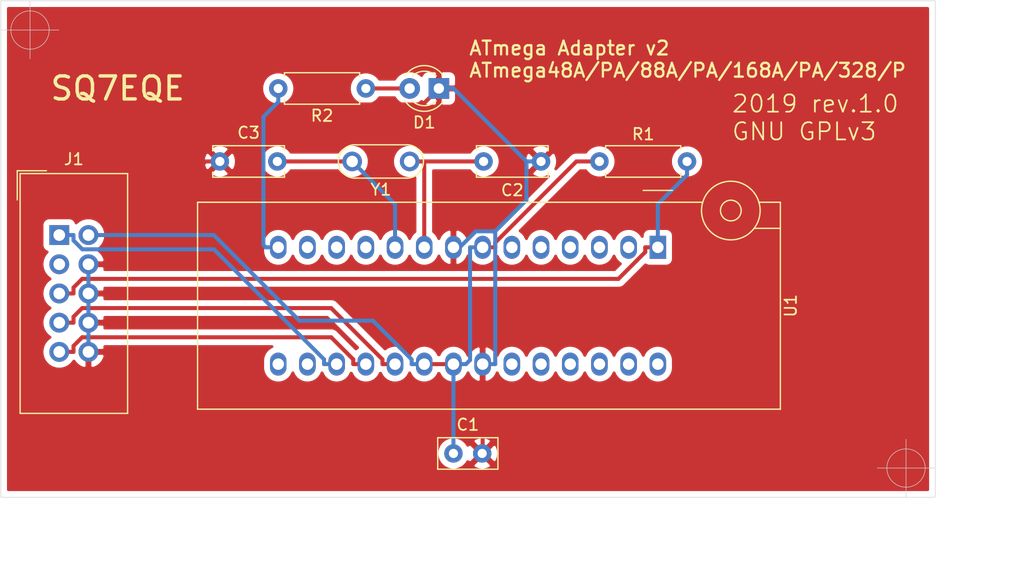
<source format=kicad_pcb>
(kicad_pcb (version 20171130) (host pcbnew 5.1.4-3.fc30)

  (general
    (thickness 1.6)
    (drawings 11)
    (tracks 80)
    (zones 0)
    (modules 9)
    (nets 28)
  )

  (page A4)
  (title_block
    (title "ATmega Adapter v2 PCB ")
    (date 2019-09-24)
    (rev 1.0)
    (company "mgr inż. Paweł Sobótka")
    (comment 1 "GNU GPLv3")
    (comment 2 ATmega48A/PA/88A/PA/168A/PA/328/P)
  )

  (layers
    (0 F.Cu signal)
    (31 B.Cu signal)
    (32 B.Adhes user)
    (33 F.Adhes user)
    (34 B.Paste user)
    (35 F.Paste user)
    (36 B.SilkS user)
    (37 F.SilkS user)
    (38 B.Mask user)
    (39 F.Mask user)
    (40 Dwgs.User user)
    (41 Cmts.User user)
    (42 Eco1.User user)
    (43 Eco2.User user)
    (44 Edge.Cuts user)
    (45 Margin user)
    (46 B.CrtYd user)
    (47 F.CrtYd user)
    (48 B.Fab user)
    (49 F.Fab user)
  )

  (setup
    (last_trace_width 0.35)
    (trace_clearance 0.2)
    (zone_clearance 0.508)
    (zone_45_only no)
    (trace_min 0.2)
    (via_size 0.8)
    (via_drill 0.4)
    (via_min_size 0.4)
    (via_min_drill 0.3)
    (uvia_size 0.3)
    (uvia_drill 0.1)
    (uvias_allowed no)
    (uvia_min_size 0.2)
    (uvia_min_drill 0.1)
    (edge_width 0.05)
    (segment_width 0.2)
    (pcb_text_width 0.3)
    (pcb_text_size 1.5 1.5)
    (mod_edge_width 0.12)
    (mod_text_size 1 1)
    (mod_text_width 0.15)
    (pad_size 1.524 1.524)
    (pad_drill 0.762)
    (pad_to_mask_clearance 0.051)
    (solder_mask_min_width 0.25)
    (aux_axis_origin 88.9 109.22)
    (visible_elements FFFFFF7F)
    (pcbplotparams
      (layerselection 0x211fc_ffffffff)
      (usegerberextensions false)
      (usegerberattributes false)
      (usegerberadvancedattributes false)
      (creategerberjobfile true)
      (excludeedgelayer true)
      (linewidth 0.100000)
      (plotframeref false)
      (viasonmask false)
      (mode 1)
      (useauxorigin false)
      (hpglpennumber 1)
      (hpglpenspeed 20)
      (hpglpendiameter 15.000000)
      (psnegative false)
      (psa4output false)
      (plotreference true)
      (plotvalue true)
      (plotinvisibletext false)
      (padsonsilk false)
      (subtractmaskfromsilk false)
      (outputformat 1)
      (mirror false)
      (drillshape 0)
      (scaleselection 1)
      (outputdirectory "gerbv/"))
  )

  (net 0 "")
  (net 1 "Net-(C1-Pad1)")
  (net 2 GND)
  (net 3 /XTAL1)
  (net 4 /XTAL2)
  (net 5 "Net-(D1-Pad2)")
  (net 6 /MOSI)
  (net 7 "Net-(J1-Pad3)")
  (net 8 /RESET)
  (net 9 /SCK)
  (net 10 /MISO)
  (net 11 "Net-(R2-Pad2)")
  (net 12 "Net-(U1-Pad28)")
  (net 13 "Net-(U1-Pad2)")
  (net 14 "Net-(U1-Pad27)")
  (net 15 "Net-(U1-Pad3)")
  (net 16 "Net-(U1-Pad26)")
  (net 17 "Net-(U1-Pad4)")
  (net 18 "Net-(U1-Pad25)")
  (net 19 "Net-(U1-Pad5)")
  (net 20 "Net-(U1-Pad24)")
  (net 21 "Net-(U1-Pad6)")
  (net 22 "Net-(U1-Pad23)")
  (net 23 "Net-(U1-Pad11)")
  (net 24 "Net-(U1-Pad12)")
  (net 25 "Net-(U1-Pad13)")
  (net 26 "Net-(U1-Pad16)")
  (net 27 "Net-(U1-Pad15)")

  (net_class Default "To jest domyślna klasa połączeń."
    (clearance 0.2)
    (trace_width 0.35)
    (via_dia 0.8)
    (via_drill 0.4)
    (uvia_dia 0.3)
    (uvia_drill 0.1)
    (add_net /MISO)
    (add_net /MOSI)
    (add_net /RESET)
    (add_net /SCK)
    (add_net /XTAL1)
    (add_net /XTAL2)
    (add_net GND)
    (add_net "Net-(C1-Pad1)")
    (add_net "Net-(D1-Pad2)")
    (add_net "Net-(J1-Pad3)")
    (add_net "Net-(R2-Pad2)")
    (add_net "Net-(U1-Pad11)")
    (add_net "Net-(U1-Pad12)")
    (add_net "Net-(U1-Pad13)")
    (add_net "Net-(U1-Pad15)")
    (add_net "Net-(U1-Pad16)")
    (add_net "Net-(U1-Pad2)")
    (add_net "Net-(U1-Pad23)")
    (add_net "Net-(U1-Pad24)")
    (add_net "Net-(U1-Pad25)")
    (add_net "Net-(U1-Pad26)")
    (add_net "Net-(U1-Pad27)")
    (add_net "Net-(U1-Pad28)")
    (add_net "Net-(U1-Pad3)")
    (add_net "Net-(U1-Pad4)")
    (add_net "Net-(U1-Pad5)")
    (add_net "Net-(U1-Pad6)")
  )

  (module Capacitor_THT:C_Disc_D5.0mm_W2.5mm_P2.50mm (layer F.Cu) (tedit 5AE50EF0) (tstamp 5D8A647C)
    (at 128.27 105.41)
    (descr "C, Disc series, Radial, pin pitch=2.50mm, , diameter*width=5*2.5mm^2, Capacitor, http://cdn-reichelt.de/documents/datenblatt/B300/DS_KERKO_TC.pdf")
    (tags "C Disc series Radial pin pitch 2.50mm  diameter 5mm width 2.5mm Capacitor")
    (path /5D892234)
    (fp_text reference C1 (at 1.25 -2.5) (layer F.SilkS)
      (effects (font (size 1 1) (thickness 0.15)))
    )
    (fp_text value 0.1u (at 1.25 2.5) (layer F.Fab)
      (effects (font (size 1 1) (thickness 0.15)))
    )
    (fp_line (start -1.25 -1.25) (end -1.25 1.25) (layer F.Fab) (width 0.1))
    (fp_line (start -1.25 1.25) (end 3.75 1.25) (layer F.Fab) (width 0.1))
    (fp_line (start 3.75 1.25) (end 3.75 -1.25) (layer F.Fab) (width 0.1))
    (fp_line (start 3.75 -1.25) (end -1.25 -1.25) (layer F.Fab) (width 0.1))
    (fp_line (start -1.37 -1.37) (end 3.87 -1.37) (layer F.SilkS) (width 0.12))
    (fp_line (start -1.37 1.37) (end 3.87 1.37) (layer F.SilkS) (width 0.12))
    (fp_line (start -1.37 -1.37) (end -1.37 1.37) (layer F.SilkS) (width 0.12))
    (fp_line (start 3.87 -1.37) (end 3.87 1.37) (layer F.SilkS) (width 0.12))
    (fp_line (start -1.5 -1.5) (end -1.5 1.5) (layer F.CrtYd) (width 0.05))
    (fp_line (start -1.5 1.5) (end 4 1.5) (layer F.CrtYd) (width 0.05))
    (fp_line (start 4 1.5) (end 4 -1.5) (layer F.CrtYd) (width 0.05))
    (fp_line (start 4 -1.5) (end -1.5 -1.5) (layer F.CrtYd) (width 0.05))
    (fp_text user %R (at 1.25 0) (layer F.Fab)
      (effects (font (size 1 1) (thickness 0.15)))
    )
    (pad 1 thru_hole circle (at 0 0) (size 1.6 1.6) (drill 0.8) (layers *.Cu *.Mask)
      (net 1 "Net-(C1-Pad1)"))
    (pad 2 thru_hole circle (at 2.5 0) (size 1.6 1.6) (drill 0.8) (layers *.Cu *.Mask)
      (net 2 GND))
    (model ${KISYS3DMOD}/Capacitor_THT.3dshapes/C_Disc_D5.0mm_W2.5mm_P2.50mm.wrl
      (at (xyz 0 0 0))
      (scale (xyz 1 1 1))
      (rotate (xyz 0 0 0))
    )
  )

  (module Capacitor_THT:C_Disc_D6.0mm_W2.5mm_P5.00mm (layer F.Cu) (tedit 5AE50EF0) (tstamp 5D8A69E3)
    (at 135.89 80.01 180)
    (descr "C, Disc series, Radial, pin pitch=5.00mm, , diameter*width=6*2.5mm^2, Capacitor, http://cdn-reichelt.de/documents/datenblatt/B300/DS_KERKO_TC.pdf")
    (tags "C Disc series Radial pin pitch 5.00mm  diameter 6mm width 2.5mm Capacitor")
    (path /5D8AB38B)
    (fp_text reference C2 (at 2.5 -2.5) (layer F.SilkS)
      (effects (font (size 1 1) (thickness 0.15)))
    )
    (fp_text value 22p (at 2.5 2.5) (layer F.Fab)
      (effects (font (size 1 1) (thickness 0.15)))
    )
    (fp_line (start -0.5 -1.25) (end -0.5 1.25) (layer F.Fab) (width 0.1))
    (fp_line (start -0.5 1.25) (end 5.5 1.25) (layer F.Fab) (width 0.1))
    (fp_line (start 5.5 1.25) (end 5.5 -1.25) (layer F.Fab) (width 0.1))
    (fp_line (start 5.5 -1.25) (end -0.5 -1.25) (layer F.Fab) (width 0.1))
    (fp_line (start -0.62 -1.37) (end 5.62 -1.37) (layer F.SilkS) (width 0.12))
    (fp_line (start -0.62 1.37) (end 5.62 1.37) (layer F.SilkS) (width 0.12))
    (fp_line (start -0.62 -1.37) (end -0.62 -0.925) (layer F.SilkS) (width 0.12))
    (fp_line (start -0.62 0.925) (end -0.62 1.37) (layer F.SilkS) (width 0.12))
    (fp_line (start 5.62 -1.37) (end 5.62 -0.925) (layer F.SilkS) (width 0.12))
    (fp_line (start 5.62 0.925) (end 5.62 1.37) (layer F.SilkS) (width 0.12))
    (fp_line (start -1.05 -1.5) (end -1.05 1.5) (layer F.CrtYd) (width 0.05))
    (fp_line (start -1.05 1.5) (end 6.05 1.5) (layer F.CrtYd) (width 0.05))
    (fp_line (start 6.05 1.5) (end 6.05 -1.5) (layer F.CrtYd) (width 0.05))
    (fp_line (start 6.05 -1.5) (end -1.05 -1.5) (layer F.CrtYd) (width 0.05))
    (fp_text user %R (at 2.5 0) (layer F.Fab)
      (effects (font (size 1 1) (thickness 0.15)))
    )
    (pad 1 thru_hole circle (at 0 0 180) (size 1.6 1.6) (drill 0.8) (layers *.Cu *.Mask)
      (net 2 GND))
    (pad 2 thru_hole circle (at 5 0 180) (size 1.6 1.6) (drill 0.8) (layers *.Cu *.Mask)
      (net 3 /XTAL1))
    (model ${KISYS3DMOD}/Capacitor_THT.3dshapes/C_Disc_D6.0mm_W2.5mm_P5.00mm.wrl
      (at (xyz 0 0 0))
      (scale (xyz 1 1 1))
      (rotate (xyz 0 0 0))
    )
  )

  (module Capacitor_THT:C_Disc_D6.0mm_W2.5mm_P5.00mm (layer F.Cu) (tedit 5AE50EF0) (tstamp 5D8A64A6)
    (at 107.95 80.01)
    (descr "C, Disc series, Radial, pin pitch=5.00mm, , diameter*width=6*2.5mm^2, Capacitor, http://cdn-reichelt.de/documents/datenblatt/B300/DS_KERKO_TC.pdf")
    (tags "C Disc series Radial pin pitch 5.00mm  diameter 6mm width 2.5mm Capacitor")
    (path /5D8AD782)
    (fp_text reference C3 (at 2.5 -2.5) (layer F.SilkS)
      (effects (font (size 1 1) (thickness 0.15)))
    )
    (fp_text value 22p (at 2.5 2.5) (layer F.Fab)
      (effects (font (size 1 1) (thickness 0.15)))
    )
    (fp_text user %R (at 2.5 0) (layer F.Fab)
      (effects (font (size 1 1) (thickness 0.15)))
    )
    (fp_line (start 6.05 -1.5) (end -1.05 -1.5) (layer F.CrtYd) (width 0.05))
    (fp_line (start 6.05 1.5) (end 6.05 -1.5) (layer F.CrtYd) (width 0.05))
    (fp_line (start -1.05 1.5) (end 6.05 1.5) (layer F.CrtYd) (width 0.05))
    (fp_line (start -1.05 -1.5) (end -1.05 1.5) (layer F.CrtYd) (width 0.05))
    (fp_line (start 5.62 0.925) (end 5.62 1.37) (layer F.SilkS) (width 0.12))
    (fp_line (start 5.62 -1.37) (end 5.62 -0.925) (layer F.SilkS) (width 0.12))
    (fp_line (start -0.62 0.925) (end -0.62 1.37) (layer F.SilkS) (width 0.12))
    (fp_line (start -0.62 -1.37) (end -0.62 -0.925) (layer F.SilkS) (width 0.12))
    (fp_line (start -0.62 1.37) (end 5.62 1.37) (layer F.SilkS) (width 0.12))
    (fp_line (start -0.62 -1.37) (end 5.62 -1.37) (layer F.SilkS) (width 0.12))
    (fp_line (start 5.5 -1.25) (end -0.5 -1.25) (layer F.Fab) (width 0.1))
    (fp_line (start 5.5 1.25) (end 5.5 -1.25) (layer F.Fab) (width 0.1))
    (fp_line (start -0.5 1.25) (end 5.5 1.25) (layer F.Fab) (width 0.1))
    (fp_line (start -0.5 -1.25) (end -0.5 1.25) (layer F.Fab) (width 0.1))
    (pad 2 thru_hole circle (at 5 0) (size 1.6 1.6) (drill 0.8) (layers *.Cu *.Mask)
      (net 4 /XTAL2))
    (pad 1 thru_hole circle (at 0 0) (size 1.6 1.6) (drill 0.8) (layers *.Cu *.Mask)
      (net 2 GND))
    (model ${KISYS3DMOD}/Capacitor_THT.3dshapes/C_Disc_D6.0mm_W2.5mm_P5.00mm.wrl
      (at (xyz 0 0 0))
      (scale (xyz 1 1 1))
      (rotate (xyz 0 0 0))
    )
  )

  (module LED_THT:LED_D3.0mm (layer F.Cu) (tedit 587A3A7B) (tstamp 5D8A64B9)
    (at 127 73.66 180)
    (descr "LED, diameter 3.0mm, 2 pins")
    (tags "LED diameter 3.0mm 2 pins")
    (path /5D892E00)
    (fp_text reference D1 (at 1.27 -2.96) (layer F.SilkS)
      (effects (font (size 1 1) (thickness 0.15)))
    )
    (fp_text value YELLOW (at 1.27 2.96) (layer F.Fab)
      (effects (font (size 1 1) (thickness 0.15)))
    )
    (fp_arc (start 1.27 0) (end -0.23 -1.16619) (angle 284.3) (layer F.Fab) (width 0.1))
    (fp_arc (start 1.27 0) (end -0.29 -1.235516) (angle 108.8) (layer F.SilkS) (width 0.12))
    (fp_arc (start 1.27 0) (end -0.29 1.235516) (angle -108.8) (layer F.SilkS) (width 0.12))
    (fp_arc (start 1.27 0) (end 0.229039 -1.08) (angle 87.9) (layer F.SilkS) (width 0.12))
    (fp_arc (start 1.27 0) (end 0.229039 1.08) (angle -87.9) (layer F.SilkS) (width 0.12))
    (fp_circle (center 1.27 0) (end 2.77 0) (layer F.Fab) (width 0.1))
    (fp_line (start -0.23 -1.16619) (end -0.23 1.16619) (layer F.Fab) (width 0.1))
    (fp_line (start -0.29 -1.236) (end -0.29 -1.08) (layer F.SilkS) (width 0.12))
    (fp_line (start -0.29 1.08) (end -0.29 1.236) (layer F.SilkS) (width 0.12))
    (fp_line (start -1.15 -2.25) (end -1.15 2.25) (layer F.CrtYd) (width 0.05))
    (fp_line (start -1.15 2.25) (end 3.7 2.25) (layer F.CrtYd) (width 0.05))
    (fp_line (start 3.7 2.25) (end 3.7 -2.25) (layer F.CrtYd) (width 0.05))
    (fp_line (start 3.7 -2.25) (end -1.15 -2.25) (layer F.CrtYd) (width 0.05))
    (pad 1 thru_hole rect (at 0 0 180) (size 1.8 1.8) (drill 0.9) (layers *.Cu *.Mask)
      (net 2 GND))
    (pad 2 thru_hole circle (at 2.54 0 180) (size 1.8 1.8) (drill 0.9) (layers *.Cu *.Mask)
      (net 5 "Net-(D1-Pad2)"))
    (model ${KISYS3DMOD}/LED_THT.3dshapes/LED_D3.0mm.wrl
      (at (xyz 0 0 0))
      (scale (xyz 1 1 1))
      (rotate (xyz 0 0 0))
    )
  )

  (module Connector_IDC:IDC-Header_2x05_P2.54mm_Vertical (layer F.Cu) (tedit 59DE0611) (tstamp 5D8A64E1)
    (at 93.98 86.415)
    (descr "Through hole straight IDC box header, 2x05, 2.54mm pitch, double rows")
    (tags "Through hole IDC box header THT 2x05 2.54mm double row")
    (path /5D88F0F0)
    (fp_text reference J1 (at 1.27 -6.604) (layer F.SilkS)
      (effects (font (size 1 1) (thickness 0.15)))
    )
    (fp_text value AVR-ISP-10 (at 1.27 16.764) (layer F.Fab)
      (effects (font (size 1 1) (thickness 0.15)))
    )
    (fp_text user %R (at 1.27 5.08) (layer F.Fab)
      (effects (font (size 1 1) (thickness 0.15)))
    )
    (fp_line (start 5.695 -5.1) (end 5.695 15.26) (layer F.Fab) (width 0.1))
    (fp_line (start 5.145 -4.56) (end 5.145 14.7) (layer F.Fab) (width 0.1))
    (fp_line (start -3.155 -5.1) (end -3.155 15.26) (layer F.Fab) (width 0.1))
    (fp_line (start -2.605 -4.56) (end -2.605 2.83) (layer F.Fab) (width 0.1))
    (fp_line (start -2.605 7.33) (end -2.605 14.7) (layer F.Fab) (width 0.1))
    (fp_line (start -2.605 2.83) (end -3.155 2.83) (layer F.Fab) (width 0.1))
    (fp_line (start -2.605 7.33) (end -3.155 7.33) (layer F.Fab) (width 0.1))
    (fp_line (start 5.695 -5.1) (end -3.155 -5.1) (layer F.Fab) (width 0.1))
    (fp_line (start 5.145 -4.56) (end -2.605 -4.56) (layer F.Fab) (width 0.1))
    (fp_line (start 5.695 15.26) (end -3.155 15.26) (layer F.Fab) (width 0.1))
    (fp_line (start 5.145 14.7) (end -2.605 14.7) (layer F.Fab) (width 0.1))
    (fp_line (start 5.695 -5.1) (end 5.145 -4.56) (layer F.Fab) (width 0.1))
    (fp_line (start 5.695 15.26) (end 5.145 14.7) (layer F.Fab) (width 0.1))
    (fp_line (start -3.155 -5.1) (end -2.605 -4.56) (layer F.Fab) (width 0.1))
    (fp_line (start -3.155 15.26) (end -2.605 14.7) (layer F.Fab) (width 0.1))
    (fp_line (start 5.95 -5.35) (end 5.95 15.51) (layer F.CrtYd) (width 0.05))
    (fp_line (start 5.95 15.51) (end -3.41 15.51) (layer F.CrtYd) (width 0.05))
    (fp_line (start -3.41 15.51) (end -3.41 -5.35) (layer F.CrtYd) (width 0.05))
    (fp_line (start -3.41 -5.35) (end 5.95 -5.35) (layer F.CrtYd) (width 0.05))
    (fp_line (start 5.945 -5.35) (end 5.945 15.51) (layer F.SilkS) (width 0.12))
    (fp_line (start 5.945 15.51) (end -3.405 15.51) (layer F.SilkS) (width 0.12))
    (fp_line (start -3.405 15.51) (end -3.405 -5.35) (layer F.SilkS) (width 0.12))
    (fp_line (start -3.405 -5.35) (end 5.945 -5.35) (layer F.SilkS) (width 0.12))
    (fp_line (start -3.655 -5.6) (end -3.655 -3.06) (layer F.SilkS) (width 0.12))
    (fp_line (start -3.655 -5.6) (end -1.115 -5.6) (layer F.SilkS) (width 0.12))
    (pad 1 thru_hole rect (at 0 0) (size 1.7272 1.7272) (drill 1.016) (layers *.Cu *.Mask)
      (net 6 /MOSI))
    (pad 2 thru_hole oval (at 2.54 0) (size 1.7272 1.7272) (drill 1.016) (layers *.Cu *.Mask)
      (net 1 "Net-(C1-Pad1)"))
    (pad 3 thru_hole oval (at 0 2.54) (size 1.7272 1.7272) (drill 1.016) (layers *.Cu *.Mask)
      (net 7 "Net-(J1-Pad3)"))
    (pad 4 thru_hole oval (at 2.54 2.54) (size 1.7272 1.7272) (drill 1.016) (layers *.Cu *.Mask)
      (net 2 GND))
    (pad 5 thru_hole oval (at 0 5.08) (size 1.7272 1.7272) (drill 1.016) (layers *.Cu *.Mask)
      (net 8 /RESET))
    (pad 6 thru_hole oval (at 2.54 5.08) (size 1.7272 1.7272) (drill 1.016) (layers *.Cu *.Mask)
      (net 2 GND))
    (pad 7 thru_hole oval (at 0 7.62) (size 1.7272 1.7272) (drill 1.016) (layers *.Cu *.Mask)
      (net 9 /SCK))
    (pad 8 thru_hole oval (at 2.54 7.62) (size 1.7272 1.7272) (drill 1.016) (layers *.Cu *.Mask)
      (net 2 GND))
    (pad 9 thru_hole oval (at 0 10.16) (size 1.7272 1.7272) (drill 1.016) (layers *.Cu *.Mask)
      (net 10 /MISO))
    (pad 10 thru_hole oval (at 2.54 10.16) (size 1.7272 1.7272) (drill 1.016) (layers *.Cu *.Mask)
      (net 2 GND))
    (model ${KISYS3DMOD}/Connector_IDC.3dshapes/IDC-Header_2x05_P2.54mm_Vertical.wrl
      (at (xyz 0 0 0))
      (scale (xyz 1 1 1))
      (rotate (xyz 0 0 0))
    )
  )

  (module Resistor_THT:R_Axial_DIN0207_L6.3mm_D2.5mm_P7.62mm_Horizontal (layer F.Cu) (tedit 5AE5139B) (tstamp 5D8A64F8)
    (at 140.97 80.01)
    (descr "Resistor, Axial_DIN0207 series, Axial, Horizontal, pin pitch=7.62mm, 0.25W = 1/4W, length*diameter=6.3*2.5mm^2, http://cdn-reichelt.de/documents/datenblatt/B400/1_4W%23YAG.pdf")
    (tags "Resistor Axial_DIN0207 series Axial Horizontal pin pitch 7.62mm 0.25W = 1/4W length 6.3mm diameter 2.5mm")
    (path /5D8926C3)
    (fp_text reference R1 (at 3.81 -2.37) (layer F.SilkS)
      (effects (font (size 1 1) (thickness 0.15)))
    )
    (fp_text value 10k (at 3.81 2.37) (layer F.Fab)
      (effects (font (size 1 1) (thickness 0.15)))
    )
    (fp_line (start 0.66 -1.25) (end 0.66 1.25) (layer F.Fab) (width 0.1))
    (fp_line (start 0.66 1.25) (end 6.96 1.25) (layer F.Fab) (width 0.1))
    (fp_line (start 6.96 1.25) (end 6.96 -1.25) (layer F.Fab) (width 0.1))
    (fp_line (start 6.96 -1.25) (end 0.66 -1.25) (layer F.Fab) (width 0.1))
    (fp_line (start 0 0) (end 0.66 0) (layer F.Fab) (width 0.1))
    (fp_line (start 7.62 0) (end 6.96 0) (layer F.Fab) (width 0.1))
    (fp_line (start 0.54 -1.04) (end 0.54 -1.37) (layer F.SilkS) (width 0.12))
    (fp_line (start 0.54 -1.37) (end 7.08 -1.37) (layer F.SilkS) (width 0.12))
    (fp_line (start 7.08 -1.37) (end 7.08 -1.04) (layer F.SilkS) (width 0.12))
    (fp_line (start 0.54 1.04) (end 0.54 1.37) (layer F.SilkS) (width 0.12))
    (fp_line (start 0.54 1.37) (end 7.08 1.37) (layer F.SilkS) (width 0.12))
    (fp_line (start 7.08 1.37) (end 7.08 1.04) (layer F.SilkS) (width 0.12))
    (fp_line (start -1.05 -1.5) (end -1.05 1.5) (layer F.CrtYd) (width 0.05))
    (fp_line (start -1.05 1.5) (end 8.67 1.5) (layer F.CrtYd) (width 0.05))
    (fp_line (start 8.67 1.5) (end 8.67 -1.5) (layer F.CrtYd) (width 0.05))
    (fp_line (start 8.67 -1.5) (end -1.05 -1.5) (layer F.CrtYd) (width 0.05))
    (fp_text user %R (at 3.81 0) (layer F.Fab)
      (effects (font (size 1 1) (thickness 0.15)))
    )
    (pad 1 thru_hole circle (at 0 0) (size 1.6 1.6) (drill 0.8) (layers *.Cu *.Mask)
      (net 1 "Net-(C1-Pad1)"))
    (pad 2 thru_hole oval (at 7.62 0) (size 1.6 1.6) (drill 0.8) (layers *.Cu *.Mask)
      (net 8 /RESET))
    (model ${KISYS3DMOD}/Resistor_THT.3dshapes/R_Axial_DIN0207_L6.3mm_D2.5mm_P7.62mm_Horizontal.wrl
      (at (xyz 0 0 0))
      (scale (xyz 1 1 1))
      (rotate (xyz 0 0 0))
    )
  )

  (module Resistor_THT:R_Axial_DIN0207_L6.3mm_D2.5mm_P7.62mm_Horizontal (layer F.Cu) (tedit 5AE5139B) (tstamp 5D8A650F)
    (at 120.65 73.66 180)
    (descr "Resistor, Axial_DIN0207 series, Axial, Horizontal, pin pitch=7.62mm, 0.25W = 1/4W, length*diameter=6.3*2.5mm^2, http://cdn-reichelt.de/documents/datenblatt/B400/1_4W%23YAG.pdf")
    (tags "Resistor Axial_DIN0207 series Axial Horizontal pin pitch 7.62mm 0.25W = 1/4W length 6.3mm diameter 2.5mm")
    (path /5D892A87)
    (fp_text reference R2 (at 3.81 -2.37) (layer F.SilkS)
      (effects (font (size 1 1) (thickness 0.15)))
    )
    (fp_text value 470 (at 3.81 2.37) (layer F.Fab)
      (effects (font (size 1 1) (thickness 0.15)))
    )
    (fp_text user %R (at 3.81 0) (layer F.Fab)
      (effects (font (size 1 1) (thickness 0.15)))
    )
    (fp_line (start 8.67 -1.5) (end -1.05 -1.5) (layer F.CrtYd) (width 0.05))
    (fp_line (start 8.67 1.5) (end 8.67 -1.5) (layer F.CrtYd) (width 0.05))
    (fp_line (start -1.05 1.5) (end 8.67 1.5) (layer F.CrtYd) (width 0.05))
    (fp_line (start -1.05 -1.5) (end -1.05 1.5) (layer F.CrtYd) (width 0.05))
    (fp_line (start 7.08 1.37) (end 7.08 1.04) (layer F.SilkS) (width 0.12))
    (fp_line (start 0.54 1.37) (end 7.08 1.37) (layer F.SilkS) (width 0.12))
    (fp_line (start 0.54 1.04) (end 0.54 1.37) (layer F.SilkS) (width 0.12))
    (fp_line (start 7.08 -1.37) (end 7.08 -1.04) (layer F.SilkS) (width 0.12))
    (fp_line (start 0.54 -1.37) (end 7.08 -1.37) (layer F.SilkS) (width 0.12))
    (fp_line (start 0.54 -1.04) (end 0.54 -1.37) (layer F.SilkS) (width 0.12))
    (fp_line (start 7.62 0) (end 6.96 0) (layer F.Fab) (width 0.1))
    (fp_line (start 0 0) (end 0.66 0) (layer F.Fab) (width 0.1))
    (fp_line (start 6.96 -1.25) (end 0.66 -1.25) (layer F.Fab) (width 0.1))
    (fp_line (start 6.96 1.25) (end 6.96 -1.25) (layer F.Fab) (width 0.1))
    (fp_line (start 0.66 1.25) (end 6.96 1.25) (layer F.Fab) (width 0.1))
    (fp_line (start 0.66 -1.25) (end 0.66 1.25) (layer F.Fab) (width 0.1))
    (pad 2 thru_hole oval (at 7.62 0 180) (size 1.6 1.6) (drill 0.8) (layers *.Cu *.Mask)
      (net 11 "Net-(R2-Pad2)"))
    (pad 1 thru_hole circle (at 0 0 180) (size 1.6 1.6) (drill 0.8) (layers *.Cu *.Mask)
      (net 5 "Net-(D1-Pad2)"))
    (model ${KISYS3DMOD}/Resistor_THT.3dshapes/R_Axial_DIN0207_L6.3mm_D2.5mm_P7.62mm_Horizontal.wrl
      (at (xyz 0 0 0))
      (scale (xyz 1 1 1))
      (rotate (xyz 0 0 0))
    )
  )

  (module Socket:DIP_Socket-28_W6.9_W7.62_W10.16_W12.7_W13.5_3M_228-4817-00-0602J (layer F.Cu) (tedit 5AF5D4CC) (tstamp 5D8A6552)
    (at 146.05 87.48 270)
    (descr "3M 28-pin zero insertion force socket, through-hole, row spacing 10.16 mm (400 mils), http://multimedia.3m.com/mws/media/494546O/3mtm-dip-sockets-100-2-54-mm-ts0365.pdf")
    (tags "THT DIP DIL ZIF 10.16mm 400mil Socket")
    (path /5D8917EB)
    (fp_text reference U1 (at 5.08 -11.56 90) (layer F.SilkS)
      (effects (font (size 1 1) (thickness 0.15)))
    )
    (fp_text value ATmega48A/PA/88A/PA/168A/PA/328/P (at 6.039287 40.94 90) (layer F.Fab)
      (effects (font (size 0.6 0.6) (thickness 0.09)))
    )
    (fp_circle (center -3.2 -6.35) (end -0.65 -6.35) (layer F.SilkS) (width 0.12))
    (fp_circle (center -3.2 -6.35) (end -2.3 -6.35) (layer F.SilkS) (width 0.12))
    (fp_line (start -5.5 -23.36) (end 0.1 -23.36) (layer F.CrtYd) (width 0.05))
    (fp_line (start 0.1 -23.36) (end 0.1 -11.06) (layer F.CrtYd) (width 0.05))
    (fp_line (start 0.1 -11.06) (end 14.48 -11.06) (layer F.CrtYd) (width 0.05))
    (fp_line (start 14.48 -11.06) (end 14.48 40.44) (layer F.CrtYd) (width 0.05))
    (fp_line (start 14.48 40.44) (end -4.32 40.44) (layer F.CrtYd) (width 0.05))
    (fp_line (start -4.32 40.44) (end -4.32 -3.4) (layer F.CrtYd) (width 0.05))
    (fp_line (start -4.32 -3.4) (end -5.5 -3.4) (layer F.CrtYd) (width 0.05))
    (fp_line (start -5.5 -3.4) (end -5.5 -23.36) (layer F.CrtYd) (width 0.05))
    (fp_line (start -5 -21.46) (end -3.7 -22.86) (layer F.Fab) (width 0.1))
    (fp_line (start -3.7 -22.86) (end -1.7 -22.86) (layer F.Fab) (width 0.1))
    (fp_line (start -1.7 -22.86) (end -0.4 -21.46) (layer F.Fab) (width 0.1))
    (fp_line (start -0.4 -21.46) (end -5 -21.46) (layer F.Fab) (width 0.1))
    (fp_line (start -5 -21.46) (end -5 -17.86) (layer F.Fab) (width 0.1))
    (fp_line (start -5 -17.86) (end -0.4 -17.86) (layer F.Fab) (width 0.1))
    (fp_line (start -0.4 -17.86) (end -0.4 -21.46) (layer F.Fab) (width 0.1))
    (fp_line (start -5 -17.86) (end -3.5 -15.86) (layer F.Fab) (width 0.1))
    (fp_line (start -0.4 -17.86) (end -1.9 -15.86) (layer F.Fab) (width 0.1))
    (fp_line (start -3.5 -9.75) (end -3.5 -15.86) (layer F.Fab) (width 0.1))
    (fp_line (start -3.5 -15.86) (end -1.9 -15.86) (layer F.Fab) (width 0.1))
    (fp_line (start -1.9 -15.86) (end -1.9 -10.56) (layer F.Fab) (width 0.1))
    (fp_line (start 13.98 39.94) (end -3.82 39.94) (layer F.Fab) (width 0.1))
    (fp_line (start -3.82 39.94) (end -3.82 -9.4) (layer F.Fab) (width 0.1))
    (fp_line (start -3.82 -9.4) (end -2.85 -10.56) (layer F.Fab) (width 0.1))
    (fp_line (start -2.85 -10.56) (end 13.98 -10.56) (layer F.Fab) (width 0.1))
    (fp_line (start 13.98 -10.56) (end 13.98 39.94) (layer F.Fab) (width 0.1))
    (fp_line (start -3.92 -3.9) (end -3.92 40.04) (layer F.SilkS) (width 0.12))
    (fp_line (start -3.92 40.04) (end 14.08 40.04) (layer F.SilkS) (width 0.12))
    (fp_line (start 14.08 40.04) (end 14.08 -10.66) (layer F.SilkS) (width 0.12))
    (fp_line (start 14.08 -10.66) (end -3.92 -10.66) (layer F.SilkS) (width 0.12))
    (fp_line (start -3.92 -10.66) (end -3.92 -8.8) (layer F.SilkS) (width 0.12))
    (fp_line (start -1.65 -10.66) (end -1.65 -8.4) (layer F.SilkS) (width 0.12))
    (fp_line (start -4.95 1.27) (end -4.95 -1.27) (layer F.SilkS) (width 0.12))
    (fp_text user %R (at 5.08 14.69 90) (layer F.Fab)
      (effects (font (size 1 1) (thickness 0.15)))
    )
    (pad 1 thru_hole rect (at 0 0 270) (size 2 1.44) (drill 1) (layers *.Cu *.Mask)
      (net 8 /RESET))
    (pad 28 thru_hole oval (at 10.16 0 270) (size 2 1.44) (drill 1) (layers *.Cu *.Mask)
      (net 12 "Net-(U1-Pad28)"))
    (pad 2 thru_hole oval (at 0 2.54 270) (size 2 1.44) (drill 1) (layers *.Cu *.Mask)
      (net 13 "Net-(U1-Pad2)"))
    (pad 27 thru_hole oval (at 10.16 2.54 270) (size 2 1.44) (drill 1) (layers *.Cu *.Mask)
      (net 14 "Net-(U1-Pad27)"))
    (pad 3 thru_hole oval (at 0 5.08 270) (size 2 1.44) (drill 1) (layers *.Cu *.Mask)
      (net 15 "Net-(U1-Pad3)"))
    (pad 26 thru_hole oval (at 10.16 5.08 270) (size 2 1.44) (drill 1) (layers *.Cu *.Mask)
      (net 16 "Net-(U1-Pad26)"))
    (pad 4 thru_hole oval (at 0 7.62 270) (size 2 1.44) (drill 1) (layers *.Cu *.Mask)
      (net 17 "Net-(U1-Pad4)"))
    (pad 25 thru_hole oval (at 10.16 7.62 270) (size 2 1.44) (drill 1) (layers *.Cu *.Mask)
      (net 18 "Net-(U1-Pad25)"))
    (pad 5 thru_hole oval (at 0 10.16 270) (size 2 1.44) (drill 1) (layers *.Cu *.Mask)
      (net 19 "Net-(U1-Pad5)"))
    (pad 24 thru_hole oval (at 10.16 10.16 270) (size 2 1.44) (drill 1) (layers *.Cu *.Mask)
      (net 20 "Net-(U1-Pad24)"))
    (pad 6 thru_hole oval (at 0 12.7 270) (size 2 1.44) (drill 1) (layers *.Cu *.Mask)
      (net 21 "Net-(U1-Pad6)"))
    (pad 23 thru_hole oval (at 10.16 12.7 270) (size 2 1.44) (drill 1) (layers *.Cu *.Mask)
      (net 22 "Net-(U1-Pad23)"))
    (pad 7 thru_hole oval (at 0 15.24 270) (size 2 1.44) (drill 1) (layers *.Cu *.Mask)
      (net 1 "Net-(C1-Pad1)"))
    (pad 22 thru_hole oval (at 10.16 15.24 270) (size 2 1.44) (drill 1) (layers *.Cu *.Mask)
      (net 2 GND))
    (pad 8 thru_hole oval (at 0 17.78 270) (size 2 1.44) (drill 1) (layers *.Cu *.Mask)
      (net 2 GND))
    (pad 21 thru_hole oval (at 10.16 17.78 270) (size 2 1.44) (drill 1) (layers *.Cu *.Mask)
      (net 1 "Net-(C1-Pad1)"))
    (pad 9 thru_hole oval (at 0 20.32 270) (size 2 1.44) (drill 1) (layers *.Cu *.Mask)
      (net 3 /XTAL1))
    (pad 20 thru_hole oval (at 10.16 20.32 270) (size 2 1.44) (drill 1) (layers *.Cu *.Mask)
      (net 1 "Net-(C1-Pad1)"))
    (pad 10 thru_hole oval (at 0 22.86 270) (size 2 1.44) (drill 1) (layers *.Cu *.Mask)
      (net 4 /XTAL2))
    (pad 19 thru_hole oval (at 10.16 22.86 270) (size 2 1.44) (drill 1) (layers *.Cu *.Mask)
      (net 9 /SCK))
    (pad 11 thru_hole oval (at 0 25.4 270) (size 2 1.44) (drill 1) (layers *.Cu *.Mask)
      (net 23 "Net-(U1-Pad11)"))
    (pad 18 thru_hole oval (at 10.16 25.4 270) (size 2 1.44) (drill 1) (layers *.Cu *.Mask)
      (net 10 /MISO))
    (pad 12 thru_hole oval (at 0 27.94 270) (size 2 1.44) (drill 1) (layers *.Cu *.Mask)
      (net 24 "Net-(U1-Pad12)"))
    (pad 17 thru_hole oval (at 10.16 27.94 270) (size 2 1.44) (drill 1) (layers *.Cu *.Mask)
      (net 6 /MOSI))
    (pad 13 thru_hole oval (at 0 30.48 270) (size 2 1.44) (drill 1) (layers *.Cu *.Mask)
      (net 25 "Net-(U1-Pad13)"))
    (pad 16 thru_hole oval (at 10.16 30.48 270) (size 2 1.44) (drill 1) (layers *.Cu *.Mask)
      (net 26 "Net-(U1-Pad16)"))
    (pad 14 thru_hole oval (at 0 33.02 270) (size 2 1.44) (drill 1) (layers *.Cu *.Mask)
      (net 11 "Net-(R2-Pad2)"))
    (pad 15 thru_hole oval (at 10.16 33.02 270) (size 2 1.44) (drill 1) (layers *.Cu *.Mask)
      (net 27 "Net-(U1-Pad15)"))
    (model ${KISYS3DMOD}/Socket.3dshapes/DIP_Socket-28_W6.9_W7.62_W10.16_W12.7_W13.5_3M_228-4817-00-0602J.wrl
      (at (xyz 0 0 0))
      (scale (xyz 1 1 1))
      (rotate (xyz 0 0 0))
    )
  )

  (module Crystal:Resonator-2Pin_W7.0mm_H2.5mm (layer F.Cu) (tedit 5A0FD1B2) (tstamp 5D8A6569)
    (at 124.46 80.01 180)
    (descr "Ceramic Resomator/Filter 7.0x2.5mm^2, length*width=7.0x2.5mm^2 package, package length=7.0mm, package width=2.5mm, 2 pins")
    (tags "THT ceramic resonator filter")
    (path /5D8AA718)
    (fp_text reference Y1 (at 2.5 -2.45) (layer F.SilkS)
      (effects (font (size 1 1) (thickness 0.15)))
    )
    (fp_text value XTAL (at 2.5 2.45) (layer F.Fab)
      (effects (font (size 1 1) (thickness 0.15)))
    )
    (fp_text user %R (at 2.5 0) (layer F.Fab)
      (effects (font (size 1 1) (thickness 0.15)))
    )
    (fp_line (start 0.25 -1.25) (end 4.75 -1.25) (layer F.Fab) (width 0.1))
    (fp_line (start 0.25 1.25) (end 4.75 1.25) (layer F.Fab) (width 0.1))
    (fp_line (start 0.25 -1.25) (end 4.75 -1.25) (layer F.Fab) (width 0.1))
    (fp_line (start 0.25 1.25) (end 4.75 1.25) (layer F.Fab) (width 0.1))
    (fp_line (start 0.25 -1.45) (end 4.75 -1.45) (layer F.SilkS) (width 0.12))
    (fp_line (start 0.25 1.45) (end 4.75 1.45) (layer F.SilkS) (width 0.12))
    (fp_line (start -1.5 -1.7) (end -1.5 1.7) (layer F.CrtYd) (width 0.05))
    (fp_line (start -1.5 1.7) (end 6.5 1.7) (layer F.CrtYd) (width 0.05))
    (fp_line (start 6.5 1.7) (end 6.5 -1.7) (layer F.CrtYd) (width 0.05))
    (fp_line (start 6.5 -1.7) (end -1.5 -1.7) (layer F.CrtYd) (width 0.05))
    (fp_arc (start 0.25 0) (end 0.25 -1.25) (angle -180) (layer F.Fab) (width 0.1))
    (fp_arc (start 4.75 0) (end 4.75 -1.25) (angle 180) (layer F.Fab) (width 0.1))
    (fp_arc (start 0.25 0) (end 0.25 -1.25) (angle -180) (layer F.Fab) (width 0.1))
    (fp_arc (start 4.75 0) (end 4.75 -1.25) (angle 180) (layer F.Fab) (width 0.1))
    (fp_arc (start 0.25 0) (end 0.25 -1.45) (angle -180) (layer F.SilkS) (width 0.12))
    (fp_arc (start 4.75 0) (end 4.75 -1.45) (angle 180) (layer F.SilkS) (width 0.12))
    (pad 1 thru_hole circle (at 0 0 180) (size 1.7 1.7) (drill 1) (layers *.Cu *.Mask)
      (net 3 /XTAL1))
    (pad 2 thru_hole circle (at 5 0 180) (size 1.7 1.7) (drill 1) (layers *.Cu *.Mask)
      (net 4 /XTAL2))
    (model ${KISYS3DMOD}/Crystal.3dshapes/Resonator-2Pin_W7.0mm_H2.5mm.wrl
      (at (xyz 0 0 0))
      (scale (xyz 1 1 1))
      (rotate (xyz 0 0 0))
    )
  )

  (gr_text "2019 rev.1.0\nGNU GPLv3" (at 152.4 76.2) (layer F.SilkS)
    (effects (font (size 1.5 1.5) (thickness 0.15)) (justify left))
  )
  (gr_text "ATmega Adapter v2\nATmega48A/PA/88A/PA/168A/PA/328/P" (at 129.54 71.12) (layer F.SilkS)
    (effects (font (size 1.2 1.2) (thickness 0.2)) (justify left))
  )
  (gr_text SQ7EQE (at 99.06 73.66) (layer F.SilkS)
    (effects (font (size 2 2) (thickness 0.3)))
  )
  (target plus (at 167.64 106.68) (size 5) (width 0.05) (layer Edge.Cuts) (tstamp 5D8A6BF7))
  (target plus (at 91.44 68.58) (size 5) (width 0.05) (layer Edge.Cuts))
  (dimension 43.18 (width 0.15) (layer Dwgs.User)
    (gr_text "43,180 mm" (at 176.56 87.63 90) (layer Dwgs.User)
      (effects (font (size 1 1) (thickness 0.15)))
    )
    (feature1 (pts (xy 170.18 66.04) (xy 175.846421 66.04)))
    (feature2 (pts (xy 170.18 109.22) (xy 175.846421 109.22)))
    (crossbar (pts (xy 175.26 109.22) (xy 175.26 66.04)))
    (arrow1a (pts (xy 175.26 66.04) (xy 175.846421 67.166504)))
    (arrow1b (pts (xy 175.26 66.04) (xy 174.673579 67.166504)))
    (arrow2a (pts (xy 175.26 109.22) (xy 175.846421 108.093496)))
    (arrow2b (pts (xy 175.26 109.22) (xy 174.673579 108.093496)))
  )
  (dimension 81.28 (width 0.15) (layer Dwgs.User)
    (gr_text "81,280 mm" (at 129.54 115.6) (layer Dwgs.User)
      (effects (font (size 1 1) (thickness 0.15)))
    )
    (feature1 (pts (xy 170.18 109.22) (xy 170.18 114.886421)))
    (feature2 (pts (xy 88.9 109.22) (xy 88.9 114.886421)))
    (crossbar (pts (xy 88.9 114.3) (xy 170.18 114.3)))
    (arrow1a (pts (xy 170.18 114.3) (xy 169.053496 114.886421)))
    (arrow1b (pts (xy 170.18 114.3) (xy 169.053496 113.713579)))
    (arrow2a (pts (xy 88.9 114.3) (xy 90.026504 114.886421)))
    (arrow2b (pts (xy 88.9 114.3) (xy 90.026504 113.713579)))
  )
  (gr_line (start 88.9 109.22) (end 88.9 66.04) (layer Edge.Cuts) (width 0.05) (tstamp 5D8A6BF5))
  (gr_line (start 170.18 109.22) (end 88.9 109.22) (layer Edge.Cuts) (width 0.05))
  (gr_line (start 170.18 66.04) (end 170.18 109.22) (layer Edge.Cuts) (width 0.05))
  (gr_line (start 88.9 66.04) (end 170.18 66.04) (layer Edge.Cuts) (width 0.05))

  (segment (start 130.81 87.48) (end 129.7147 87.48) (width 0.35) (layer B.Cu) (net 1))
  (segment (start 128.27 97.64) (end 129.3653 97.64) (width 0.35) (layer B.Cu) (net 1))
  (segment (start 129.7147 87.48) (end 129.7147 97.2906) (width 0.35) (layer B.Cu) (net 1))
  (segment (start 129.7147 97.2906) (end 129.3653 97.64) (width 0.35) (layer B.Cu) (net 1))
  (segment (start 130.81 87.48) (end 131.9053 87.48) (width 0.35) (layer F.Cu) (net 1))
  (segment (start 131.9053 87.48) (end 131.9053 87.0693) (width 0.35) (layer F.Cu) (net 1))
  (segment (start 131.9053 87.0693) (end 138.9646 80.01) (width 0.35) (layer F.Cu) (net 1))
  (segment (start 138.9646 80.01) (end 140.97 80.01) (width 0.35) (layer F.Cu) (net 1))
  (segment (start 128.27 97.64) (end 128.27 105.41) (width 0.35) (layer B.Cu) (net 1))
  (segment (start 124.6347 97.64) (end 124.6347 97.2293) (width 0.35) (layer B.Cu) (net 1))
  (segment (start 124.6347 97.2293) (end 121.266 93.8606) (width 0.35) (layer B.Cu) (net 1))
  (segment (start 121.266 93.8606) (end 114.8702 93.8606) (width 0.35) (layer B.Cu) (net 1))
  (segment (start 114.8702 93.8606) (end 107.4246 86.415) (width 0.35) (layer B.Cu) (net 1))
  (segment (start 107.4246 86.415) (end 96.52 86.415) (width 0.35) (layer B.Cu) (net 1))
  (segment (start 125.73 97.64) (end 124.6347 97.64) (width 0.35) (layer B.Cu) (net 1))
  (segment (start 125.73 97.64) (end 128.27 97.64) (width 0.35) (layer F.Cu) (net 1))
  (segment (start 107.95 80.01) (end 106.7039 80.01) (width 0.35) (layer F.Cu) (net 2))
  (segment (start 106.7039 80.01) (end 97.7589 88.955) (width 0.35) (layer F.Cu) (net 2))
  (segment (start 96.52 88.955) (end 97.7589 88.955) (width 0.35) (layer F.Cu) (net 2))
  (segment (start 127 73.66) (end 125.6072 75.0528) (width 0.35) (layer F.Cu) (net 2))
  (segment (start 125.6072 75.0528) (end 112.9072 75.0528) (width 0.35) (layer F.Cu) (net 2))
  (segment (start 112.9072 75.0528) (end 107.95 80.01) (width 0.35) (layer F.Cu) (net 2))
  (segment (start 131.9053 86.0844) (end 130.2133 86.0844) (width 0.35) (layer B.Cu) (net 2))
  (segment (start 130.2133 86.0844) (end 128.8177 87.48) (width 0.35) (layer B.Cu) (net 2))
  (segment (start 134.6253 80.01) (end 134.6253 83.3644) (width 0.35) (layer B.Cu) (net 2))
  (segment (start 134.6253 83.3644) (end 131.9053 86.0844) (width 0.35) (layer B.Cu) (net 2))
  (segment (start 131.9053 86.0844) (end 131.9053 97.64) (width 0.35) (layer B.Cu) (net 2))
  (segment (start 130.81 97.64) (end 131.9053 97.64) (width 0.35) (layer B.Cu) (net 2))
  (segment (start 134.6253 80.01) (end 135.89 80.01) (width 0.35) (layer B.Cu) (net 2))
  (segment (start 128.2753 73.66) (end 134.6253 80.01) (width 0.35) (layer B.Cu) (net 2))
  (segment (start 128.27 87.48) (end 128.8177 87.48) (width 0.35) (layer B.Cu) (net 2))
  (segment (start 130.81 97.64) (end 130.81 105.37) (width 0.35) (layer F.Cu) (net 2))
  (segment (start 130.81 105.37) (end 130.77 105.41) (width 0.35) (layer F.Cu) (net 2))
  (segment (start 127 73.66) (end 128.2753 73.66) (width 0.35) (layer B.Cu) (net 2))
  (segment (start 96.52 91.495) (end 96.52 88.955) (width 0.35) (layer B.Cu) (net 2))
  (segment (start 96.52 94.035) (end 96.52 91.495) (width 0.35) (layer B.Cu) (net 2))
  (segment (start 96.52 96.575) (end 96.52 94.035) (width 0.35) (layer B.Cu) (net 2))
  (segment (start 125.73 80.01) (end 130.89 80.01) (width 0.35) (layer F.Cu) (net 3))
  (segment (start 124.46 80.01) (end 125.73 80.01) (width 0.35) (layer F.Cu) (net 3))
  (segment (start 125.73 80.01) (end 125.73 87.48) (width 0.35) (layer F.Cu) (net 3))
  (segment (start 119.46 80.01) (end 123.19 83.74) (width 0.35) (layer B.Cu) (net 4))
  (segment (start 123.19 83.74) (end 123.19 87.48) (width 0.35) (layer B.Cu) (net 4))
  (segment (start 119.46 80.01) (end 112.95 80.01) (width 0.35) (layer F.Cu) (net 4))
  (segment (start 120.65 73.66) (end 124.46 73.66) (width 0.35) (layer F.Cu) (net 5))
  (segment (start 95.2189 86.415) (end 95.2189 86.8797) (width 0.35) (layer B.Cu) (net 6))
  (segment (start 95.2189 86.8797) (end 95.9931 87.6539) (width 0.35) (layer B.Cu) (net 6))
  (segment (start 95.9931 87.6539) (end 107.4393 87.6539) (width 0.35) (layer B.Cu) (net 6))
  (segment (start 107.4393 87.6539) (end 117.0147 97.2293) (width 0.35) (layer B.Cu) (net 6))
  (segment (start 117.0147 97.2293) (end 117.0147 97.64) (width 0.35) (layer B.Cu) (net 6))
  (segment (start 93.98 86.415) (end 95.2189 86.415) (width 0.35) (layer B.Cu) (net 6))
  (segment (start 118.11 97.64) (end 117.0147 97.64) (width 0.35) (layer B.Cu) (net 6))
  (segment (start 93.98 91.495) (end 95.2189 91.495) (width 0.35) (layer F.Cu) (net 8))
  (segment (start 146.05 87.48) (end 144.9547 87.48) (width 0.35) (layer F.Cu) (net 8))
  (segment (start 144.9547 87.48) (end 144.9547 87.8907) (width 0.35) (layer F.Cu) (net 8))
  (segment (start 144.9547 87.8907) (end 142.6204 90.225) (width 0.35) (layer F.Cu) (net 8))
  (segment (start 142.6204 90.225) (end 95.9755 90.225) (width 0.35) (layer F.Cu) (net 8))
  (segment (start 95.9755 90.225) (end 95.2189 90.9816) (width 0.35) (layer F.Cu) (net 8))
  (segment (start 95.2189 90.9816) (end 95.2189 91.495) (width 0.35) (layer F.Cu) (net 8))
  (segment (start 148.59 80.01) (end 148.59 81.1853) (width 0.35) (layer B.Cu) (net 8))
  (segment (start 146.05 87.48) (end 146.05 83.7253) (width 0.35) (layer B.Cu) (net 8))
  (segment (start 146.05 83.7253) (end 148.59 81.1853) (width 0.35) (layer B.Cu) (net 8))
  (segment (start 93.98 94.035) (end 95.2189 94.035) (width 0.35) (layer F.Cu) (net 9))
  (segment (start 123.19 97.64) (end 122.0947 97.64) (width 0.35) (layer F.Cu) (net 9))
  (segment (start 122.0947 97.64) (end 122.0947 97.2293) (width 0.35) (layer F.Cu) (net 9))
  (segment (start 122.0947 97.2293) (end 117.6304 92.765) (width 0.35) (layer F.Cu) (net 9))
  (segment (start 117.6304 92.765) (end 95.9755 92.765) (width 0.35) (layer F.Cu) (net 9))
  (segment (start 95.9755 92.765) (end 95.2189 93.5216) (width 0.35) (layer F.Cu) (net 9))
  (segment (start 95.2189 93.5216) (end 95.2189 94.035) (width 0.35) (layer F.Cu) (net 9))
  (segment (start 95.2189 96.575) (end 95.2189 96.0616) (width 0.35) (layer F.Cu) (net 10))
  (segment (start 95.2189 96.0616) (end 95.9755 95.305) (width 0.35) (layer F.Cu) (net 10))
  (segment (start 95.9755 95.305) (end 117.6304 95.305) (width 0.35) (layer F.Cu) (net 10))
  (segment (start 117.6304 95.305) (end 119.5547 97.2293) (width 0.35) (layer F.Cu) (net 10))
  (segment (start 119.5547 97.2293) (end 119.5547 97.64) (width 0.35) (layer F.Cu) (net 10))
  (segment (start 93.98 96.575) (end 95.2189 96.575) (width 0.35) (layer F.Cu) (net 10))
  (segment (start 120.65 97.64) (end 119.5547 97.64) (width 0.35) (layer F.Cu) (net 10))
  (segment (start 113.03 73.66) (end 113.03 74.8353) (width 0.35) (layer B.Cu) (net 11))
  (segment (start 113.03 87.48) (end 111.9347 87.48) (width 0.35) (layer B.Cu) (net 11))
  (segment (start 111.9347 87.48) (end 111.74 87.2853) (width 0.35) (layer B.Cu) (net 11))
  (segment (start 111.74 87.2853) (end 111.74 76.1253) (width 0.35) (layer B.Cu) (net 11))
  (segment (start 111.74 76.1253) (end 113.03 74.8353) (width 0.35) (layer B.Cu) (net 11))

  (zone (net 2) (net_name GND) (layer F.Cu) (tstamp 0) (hatch edge 0.508)
    (connect_pads (clearance 0.508))
    (min_thickness 0.254)
    (fill yes (arc_segments 32) (thermal_gap 0.508) (thermal_bridge_width 0.508))
    (polygon
      (pts
        (xy 88.9 66.04) (xy 170.18 66.04) (xy 170.18 109.22) (xy 88.9 109.22)
      )
    )
    (filled_polygon
      (pts
        (xy 169.520001 108.56) (xy 89.56 108.56) (xy 89.56 105.268665) (xy 126.835 105.268665) (xy 126.835 105.551335)
        (xy 126.890147 105.828574) (xy 126.99832 106.089727) (xy 127.155363 106.324759) (xy 127.355241 106.524637) (xy 127.590273 106.68168)
        (xy 127.851426 106.789853) (xy 128.128665 106.845) (xy 128.411335 106.845) (xy 128.688574 106.789853) (xy 128.949727 106.68168)
        (xy 129.184759 106.524637) (xy 129.306694 106.402702) (xy 129.956903 106.402702) (xy 130.028486 106.646671) (xy 130.283996 106.767571)
        (xy 130.558184 106.8363) (xy 130.840512 106.850217) (xy 131.12013 106.808787) (xy 131.386292 106.713603) (xy 131.511514 106.646671)
        (xy 131.583097 106.402702) (xy 130.77 105.589605) (xy 129.956903 106.402702) (xy 129.306694 106.402702) (xy 129.384637 106.324759)
        (xy 129.518692 106.124131) (xy 129.533329 106.151514) (xy 129.777298 106.223097) (xy 130.590395 105.41) (xy 130.949605 105.41)
        (xy 131.762702 106.223097) (xy 132.006671 106.151514) (xy 132.127571 105.896004) (xy 132.1963 105.621816) (xy 132.210217 105.339488)
        (xy 132.168787 105.05987) (xy 132.073603 104.793708) (xy 132.006671 104.668486) (xy 131.762702 104.596903) (xy 130.949605 105.41)
        (xy 130.590395 105.41) (xy 129.777298 104.596903) (xy 129.533329 104.668486) (xy 129.519676 104.697341) (xy 129.384637 104.495241)
        (xy 129.306694 104.417298) (xy 129.956903 104.417298) (xy 130.77 105.230395) (xy 131.583097 104.417298) (xy 131.511514 104.173329)
        (xy 131.256004 104.052429) (xy 130.981816 103.9837) (xy 130.699488 103.969783) (xy 130.41987 104.011213) (xy 130.153708 104.106397)
        (xy 130.028486 104.173329) (xy 129.956903 104.417298) (xy 129.306694 104.417298) (xy 129.184759 104.295363) (xy 128.949727 104.13832)
        (xy 128.688574 104.030147) (xy 128.411335 103.975) (xy 128.128665 103.975) (xy 127.851426 104.030147) (xy 127.590273 104.13832)
        (xy 127.355241 104.295363) (xy 127.155363 104.495241) (xy 126.99832 104.730273) (xy 126.890147 104.991426) (xy 126.835 105.268665)
        (xy 89.56 105.268665) (xy 89.56 88.955) (xy 92.474149 88.955) (xy 92.503084 89.248777) (xy 92.588775 89.531264)
        (xy 92.727931 89.791606) (xy 92.915203 90.019797) (xy 93.143394 90.207069) (xy 93.17694 90.225) (xy 93.143394 90.242931)
        (xy 92.915203 90.430203) (xy 92.727931 90.658394) (xy 92.588775 90.918736) (xy 92.503084 91.201223) (xy 92.474149 91.495)
        (xy 92.503084 91.788777) (xy 92.588775 92.071264) (xy 92.727931 92.331606) (xy 92.915203 92.559797) (xy 93.143394 92.747069)
        (xy 93.17694 92.765) (xy 93.143394 92.782931) (xy 92.915203 92.970203) (xy 92.727931 93.198394) (xy 92.588775 93.458736)
        (xy 92.503084 93.741223) (xy 92.474149 94.035) (xy 92.503084 94.328777) (xy 92.588775 94.611264) (xy 92.727931 94.871606)
        (xy 92.915203 95.099797) (xy 93.143394 95.287069) (xy 93.17694 95.305) (xy 93.143394 95.322931) (xy 92.915203 95.510203)
        (xy 92.727931 95.738394) (xy 92.588775 95.998736) (xy 92.503084 96.281223) (xy 92.474149 96.575) (xy 92.503084 96.868777)
        (xy 92.588775 97.151264) (xy 92.727931 97.411606) (xy 92.915203 97.639797) (xy 93.143394 97.827069) (xy 93.403736 97.966225)
        (xy 93.686223 98.051916) (xy 93.906381 98.0736) (xy 94.053619 98.0736) (xy 94.273777 98.051916) (xy 94.556264 97.966225)
        (xy 94.816606 97.827069) (xy 95.044797 97.639797) (xy 95.232069 97.411606) (xy 95.245601 97.386289) (xy 95.258691 97.385)
        (xy 95.263176 97.384558) (xy 95.413146 97.585293) (xy 95.631512 97.781817) (xy 95.884022 97.931964) (xy 96.160973 98.029963)
        (xy 96.393 97.909464) (xy 96.393 96.702) (xy 96.647 96.702) (xy 96.647 97.909464) (xy 96.879027 98.029963)
        (xy 97.155978 97.931964) (xy 97.408488 97.781817) (xy 97.626854 97.585293) (xy 97.802684 97.349944) (xy 97.929222 97.084814)
        (xy 97.974958 96.934026) (xy 97.853817 96.702) (xy 96.647 96.702) (xy 96.393 96.702) (xy 96.373 96.702)
        (xy 96.373 96.448) (xy 96.393 96.448) (xy 96.393 96.428) (xy 96.647 96.428) (xy 96.647 96.448)
        (xy 97.853817 96.448) (xy 97.974958 96.215974) (xy 97.944331 96.115) (xy 112.484796 96.115) (xy 112.273561 96.227908)
        (xy 112.067236 96.397235) (xy 111.897908 96.60356) (xy 111.772086 96.838955) (xy 111.694606 97.094374) (xy 111.675 97.293436)
        (xy 111.675 97.986563) (xy 111.694606 98.185625) (xy 111.772086 98.441044) (xy 111.897908 98.676439) (xy 112.067235 98.882764)
        (xy 112.27356 99.052092) (xy 112.508955 99.177914) (xy 112.764374 99.255394) (xy 113.03 99.281556) (xy 113.295625 99.255394)
        (xy 113.551044 99.177914) (xy 113.786439 99.052092) (xy 113.992764 98.882765) (xy 114.162092 98.67644) (xy 114.287914 98.441045)
        (xy 114.3 98.401202) (xy 114.312086 98.441044) (xy 114.437908 98.676439) (xy 114.607235 98.882764) (xy 114.81356 99.052092)
        (xy 115.048955 99.177914) (xy 115.304374 99.255394) (xy 115.57 99.281556) (xy 115.835625 99.255394) (xy 116.091044 99.177914)
        (xy 116.326439 99.052092) (xy 116.532764 98.882765) (xy 116.702092 98.67644) (xy 116.827914 98.441045) (xy 116.84 98.401202)
        (xy 116.852086 98.441044) (xy 116.977908 98.676439) (xy 117.147235 98.882764) (xy 117.35356 99.052092) (xy 117.588955 99.177914)
        (xy 117.844374 99.255394) (xy 118.11 99.281556) (xy 118.375625 99.255394) (xy 118.631044 99.177914) (xy 118.866439 99.052092)
        (xy 119.072764 98.882765) (xy 119.242092 98.67644) (xy 119.367914 98.441045) (xy 119.371041 98.430735) (xy 119.390775 98.436722)
        (xy 119.392086 98.441044) (xy 119.517908 98.676439) (xy 119.687235 98.882764) (xy 119.89356 99.052092) (xy 120.128955 99.177914)
        (xy 120.384374 99.255394) (xy 120.65 99.281556) (xy 120.915625 99.255394) (xy 121.171044 99.177914) (xy 121.406439 99.052092)
        (xy 121.612764 98.882765) (xy 121.782092 98.67644) (xy 121.907914 98.441045) (xy 121.911041 98.430735) (xy 121.930775 98.436722)
        (xy 121.932086 98.441044) (xy 122.057908 98.676439) (xy 122.227235 98.882764) (xy 122.43356 99.052092) (xy 122.668955 99.177914)
        (xy 122.924374 99.255394) (xy 123.19 99.281556) (xy 123.455625 99.255394) (xy 123.711044 99.177914) (xy 123.946439 99.052092)
        (xy 124.152764 98.882765) (xy 124.322092 98.67644) (xy 124.447914 98.441045) (xy 124.46 98.401202) (xy 124.472086 98.441044)
        (xy 124.597908 98.676439) (xy 124.767235 98.882764) (xy 124.97356 99.052092) (xy 125.208955 99.177914) (xy 125.464374 99.255394)
        (xy 125.73 99.281556) (xy 125.995625 99.255394) (xy 126.251044 99.177914) (xy 126.486439 99.052092) (xy 126.692764 98.882765)
        (xy 126.862092 98.67644) (xy 126.983127 98.45) (xy 127.016873 98.45) (xy 127.137908 98.676439) (xy 127.307235 98.882764)
        (xy 127.51356 99.052092) (xy 127.748955 99.177914) (xy 128.004374 99.255394) (xy 128.27 99.281556) (xy 128.535625 99.255394)
        (xy 128.791044 99.177914) (xy 129.026439 99.052092) (xy 129.232764 98.882765) (xy 129.402092 98.67644) (xy 129.527914 98.441045)
        (xy 129.541505 98.396241) (xy 129.606744 98.555869) (xy 129.753916 98.778395) (xy 129.941673 98.967933) (xy 130.162799 99.117199)
        (xy 130.408797 99.220458) (xy 130.473528 99.232559) (xy 130.683 99.109489) (xy 130.683 97.767) (xy 130.663 97.767)
        (xy 130.663 97.513) (xy 130.683 97.513) (xy 130.683 96.170511) (xy 130.937 96.170511) (xy 130.937 97.513)
        (xy 130.957 97.513) (xy 130.957 97.767) (xy 130.937 97.767) (xy 130.937 99.109489) (xy 131.146472 99.232559)
        (xy 131.211203 99.220458) (xy 131.457201 99.117199) (xy 131.678327 98.967933) (xy 131.866084 98.778395) (xy 132.013256 98.555869)
        (xy 132.078495 98.396241) (xy 132.092086 98.441044) (xy 132.217908 98.676439) (xy 132.387235 98.882764) (xy 132.59356 99.052092)
        (xy 132.828955 99.177914) (xy 133.084374 99.255394) (xy 133.35 99.281556) (xy 133.615625 99.255394) (xy 133.871044 99.177914)
        (xy 134.106439 99.052092) (xy 134.312764 98.882765) (xy 134.482092 98.67644) (xy 134.607914 98.441045) (xy 134.62 98.401202)
        (xy 134.632086 98.441044) (xy 134.757908 98.676439) (xy 134.927235 98.882764) (xy 135.13356 99.052092) (xy 135.368955 99.177914)
        (xy 135.624374 99.255394) (xy 135.89 99.281556) (xy 136.155625 99.255394) (xy 136.411044 99.177914) (xy 136.646439 99.052092)
        (xy 136.852764 98.882765) (xy 137.022092 98.67644) (xy 137.147914 98.441045) (xy 137.16 98.401202) (xy 137.172086 98.441044)
        (xy 137.297908 98.676439) (xy 137.467235 98.882764) (xy 137.67356 99.052092) (xy 137.908955 99.177914) (xy 138.164374 99.255394)
        (xy 138.43 99.281556) (xy 138.695625 99.255394) (xy 138.951044 99.177914) (xy 139.186439 99.052092) (xy 139.392764 98.882765)
        (xy 139.562092 98.67644) (xy 139.687914 98.441045) (xy 139.7 98.401202) (xy 139.712086 98.441044) (xy 139.837908 98.676439)
        (xy 140.007235 98.882764) (xy 140.21356 99.052092) (xy 140.448955 99.177914) (xy 140.704374 99.255394) (xy 140.97 99.281556)
        (xy 141.235625 99.255394) (xy 141.491044 99.177914) (xy 141.726439 99.052092) (xy 141.932764 98.882765) (xy 142.102092 98.67644)
        (xy 142.227914 98.441045) (xy 142.24 98.401202) (xy 142.252086 98.441044) (xy 142.377908 98.676439) (xy 142.547235 98.882764)
        (xy 142.75356 99.052092) (xy 142.988955 99.177914) (xy 143.244374 99.255394) (xy 143.51 99.281556) (xy 143.775625 99.255394)
        (xy 144.031044 99.177914) (xy 144.266439 99.052092) (xy 144.472764 98.882765) (xy 144.642092 98.67644) (xy 144.767914 98.441045)
        (xy 144.78 98.401202) (xy 144.792086 98.441044) (xy 144.917908 98.676439) (xy 145.087235 98.882764) (xy 145.29356 99.052092)
        (xy 145.528955 99.177914) (xy 145.784374 99.255394) (xy 146.05 99.281556) (xy 146.315625 99.255394) (xy 146.571044 99.177914)
        (xy 146.806439 99.052092) (xy 147.012764 98.882765) (xy 147.182092 98.67644) (xy 147.307914 98.441045) (xy 147.385394 98.185626)
        (xy 147.405 97.986564) (xy 147.405 97.293437) (xy 147.385394 97.094375) (xy 147.307914 96.838955) (xy 147.182092 96.60356)
        (xy 147.012765 96.397235) (xy 146.80644 96.227908) (xy 146.571045 96.102086) (xy 146.315626 96.024606) (xy 146.05 95.998444)
        (xy 145.784375 96.024606) (xy 145.528956 96.102086) (xy 145.293561 96.227908) (xy 145.087236 96.397235) (xy 144.917908 96.60356)
        (xy 144.792086 96.838955) (xy 144.78 96.878798) (xy 144.767914 96.838955) (xy 144.642092 96.60356) (xy 144.472765 96.397235)
        (xy 144.26644 96.227908) (xy 144.031045 96.102086) (xy 143.775626 96.024606) (xy 143.51 95.998444) (xy 143.244375 96.024606)
        (xy 142.988956 96.102086) (xy 142.753561 96.227908) (xy 142.547236 96.397235) (xy 142.377908 96.60356) (xy 142.252086 96.838955)
        (xy 142.24 96.878798) (xy 142.227914 96.838955) (xy 142.102092 96.60356) (xy 141.932765 96.397235) (xy 141.72644 96.227908)
        (xy 141.491045 96.102086) (xy 141.235626 96.024606) (xy 140.97 95.998444) (xy 140.704375 96.024606) (xy 140.448956 96.102086)
        (xy 140.213561 96.227908) (xy 140.007236 96.397235) (xy 139.837908 96.60356) (xy 139.712086 96.838955) (xy 139.7 96.878798)
        (xy 139.687914 96.838955) (xy 139.562092 96.60356) (xy 139.392765 96.397235) (xy 139.18644 96.227908) (xy 138.951045 96.102086)
        (xy 138.695626 96.024606) (xy 138.43 95.998444) (xy 138.164375 96.024606) (xy 137.908956 96.102086) (xy 137.673561 96.227908)
        (xy 137.467236 96.397235) (xy 137.297908 96.60356) (xy 137.172086 96.838955) (xy 137.16 96.878798) (xy 137.147914 96.838955)
        (xy 137.022092 96.60356) (xy 136.852765 96.397235) (xy 136.64644 96.227908) (xy 136.411045 96.102086) (xy 136.155626 96.024606)
        (xy 135.89 95.998444) (xy 135.624375 96.024606) (xy 135.368956 96.102086) (xy 135.133561 96.227908) (xy 134.927236 96.397235)
        (xy 134.757908 96.60356) (xy 134.632086 96.838955) (xy 134.62 96.878798) (xy 134.607914 96.838955) (xy 134.482092 96.60356)
        (xy 134.312765 96.397235) (xy 134.10644 96.227908) (xy 133.871045 96.102086) (xy 133.615626 96.024606) (xy 133.35 95.998444)
        (xy 133.084375 96.024606) (xy 132.828956 96.102086) (xy 132.593561 96.227908) (xy 132.387236 96.397235) (xy 132.217908 96.60356)
        (xy 132.092086 96.838955) (xy 132.078495 96.883759) (xy 132.013256 96.724131) (xy 131.866084 96.501605) (xy 131.678327 96.312067)
        (xy 131.457201 96.162801) (xy 131.211203 96.059542) (xy 131.146472 96.047441) (xy 130.937 96.170511) (xy 130.683 96.170511)
        (xy 130.473528 96.047441) (xy 130.408797 96.059542) (xy 130.162799 96.162801) (xy 129.941673 96.312067) (xy 129.753916 96.501605)
        (xy 129.606744 96.724131) (xy 129.541505 96.883759) (xy 129.527914 96.838955) (xy 129.402092 96.60356) (xy 129.232765 96.397235)
        (xy 129.02644 96.227908) (xy 128.791045 96.102086) (xy 128.535626 96.024606) (xy 128.27 95.998444) (xy 128.004375 96.024606)
        (xy 127.748956 96.102086) (xy 127.513561 96.227908) (xy 127.307236 96.397235) (xy 127.137908 96.60356) (xy 127.016873 96.83)
        (xy 126.983127 96.83) (xy 126.862092 96.60356) (xy 126.692765 96.397235) (xy 126.48644 96.227908) (xy 126.251045 96.102086)
        (xy 125.995626 96.024606) (xy 125.73 95.998444) (xy 125.464375 96.024606) (xy 125.208956 96.102086) (xy 124.973561 96.227908)
        (xy 124.767236 96.397235) (xy 124.597908 96.60356) (xy 124.472086 96.838955) (xy 124.46 96.878798) (xy 124.447914 96.838955)
        (xy 124.322092 96.60356) (xy 124.152765 96.397235) (xy 123.94644 96.227908) (xy 123.711045 96.102086) (xy 123.455626 96.024606)
        (xy 123.19 95.998444) (xy 122.924375 96.024606) (xy 122.668956 96.102086) (xy 122.433561 96.227908) (xy 122.326601 96.315688)
        (xy 118.2313 92.220388) (xy 118.205928 92.189472) (xy 118.082589 92.088251) (xy 117.941873 92.013037) (xy 117.789188 91.96672)
        (xy 117.670191 91.955) (xy 117.670188 91.955) (xy 117.6304 91.951081) (xy 117.590612 91.955) (xy 97.944331 91.955)
        (xy 97.974958 91.854026) (xy 97.853817 91.622) (xy 96.647 91.622) (xy 96.647 91.642) (xy 96.393 91.642)
        (xy 96.393 91.622) (xy 96.373 91.622) (xy 96.373 91.368) (xy 96.393 91.368) (xy 96.393 91.348)
        (xy 96.647 91.348) (xy 96.647 91.368) (xy 97.853817 91.368) (xy 97.974958 91.135974) (xy 97.944331 91.035)
        (xy 142.580612 91.035) (xy 142.6204 91.038919) (xy 142.660188 91.035) (xy 142.660191 91.035) (xy 142.779188 91.02328)
        (xy 142.931873 90.976963) (xy 143.072589 90.901749) (xy 143.195928 90.800528) (xy 143.2213 90.769613) (xy 144.978679 89.012233)
        (xy 145.08582 89.069502) (xy 145.205518 89.105812) (xy 145.33 89.118072) (xy 146.77 89.118072) (xy 146.894482 89.105812)
        (xy 147.01418 89.069502) (xy 147.124494 89.010537) (xy 147.221185 88.931185) (xy 147.300537 88.834494) (xy 147.359502 88.72418)
        (xy 147.395812 88.604482) (xy 147.408072 88.48) (xy 147.408072 86.48) (xy 147.395812 86.355518) (xy 147.359502 86.23582)
        (xy 147.300537 86.125506) (xy 147.221185 86.028815) (xy 147.124494 85.949463) (xy 147.01418 85.890498) (xy 146.894482 85.854188)
        (xy 146.77 85.841928) (xy 145.33 85.841928) (xy 145.205518 85.854188) (xy 145.08582 85.890498) (xy 144.975506 85.949463)
        (xy 144.878815 86.028815) (xy 144.799463 86.125506) (xy 144.740498 86.23582) (xy 144.704188 86.355518) (xy 144.691928 86.48)
        (xy 144.691928 86.536796) (xy 144.642092 86.44356) (xy 144.472765 86.237235) (xy 144.26644 86.067908) (xy 144.031045 85.942086)
        (xy 143.775626 85.864606) (xy 143.51 85.838444) (xy 143.244375 85.864606) (xy 142.988956 85.942086) (xy 142.753561 86.067908)
        (xy 142.547236 86.237235) (xy 142.377908 86.44356) (xy 142.252086 86.678955) (xy 142.24 86.718798) (xy 142.227914 86.678955)
        (xy 142.102092 86.44356) (xy 141.932765 86.237235) (xy 141.72644 86.067908) (xy 141.491045 85.942086) (xy 141.235626 85.864606)
        (xy 140.97 85.838444) (xy 140.704375 85.864606) (xy 140.448956 85.942086) (xy 140.213561 86.067908) (xy 140.007236 86.237235)
        (xy 139.837908 86.44356) (xy 139.712086 86.678955) (xy 139.7 86.718798) (xy 139.687914 86.678955) (xy 139.562092 86.44356)
        (xy 139.392765 86.237235) (xy 139.18644 86.067908) (xy 138.951045 85.942086) (xy 138.695626 85.864606) (xy 138.43 85.838444)
        (xy 138.164375 85.864606) (xy 137.908956 85.942086) (xy 137.673561 86.067908) (xy 137.467236 86.237235) (xy 137.297908 86.44356)
        (xy 137.172086 86.678955) (xy 137.16 86.718798) (xy 137.147914 86.678955) (xy 137.022092 86.44356) (xy 136.852765 86.237235)
        (xy 136.64644 86.067908) (xy 136.411045 85.942086) (xy 136.155626 85.864606) (xy 135.89 85.838444) (xy 135.624375 85.864606)
        (xy 135.368956 85.942086) (xy 135.133561 86.067908) (xy 134.927236 86.237235) (xy 134.757908 86.44356) (xy 134.632086 86.678955)
        (xy 134.62 86.718798) (xy 134.607914 86.678955) (xy 134.482092 86.44356) (xy 134.312765 86.237235) (xy 134.10644 86.067908)
        (xy 134.071096 86.049016) (xy 139.300113 80.82) (xy 139.785365 80.82) (xy 139.855363 80.924759) (xy 140.055241 81.124637)
        (xy 140.290273 81.28168) (xy 140.551426 81.389853) (xy 140.828665 81.445) (xy 141.111335 81.445) (xy 141.388574 81.389853)
        (xy 141.649727 81.28168) (xy 141.884759 81.124637) (xy 142.084637 80.924759) (xy 142.24168 80.689727) (xy 142.349853 80.428574)
        (xy 142.405 80.151335) (xy 142.405 80.01) (xy 147.148057 80.01) (xy 147.175764 80.291309) (xy 147.257818 80.561808)
        (xy 147.391068 80.811101) (xy 147.570392 81.029608) (xy 147.788899 81.208932) (xy 148.038192 81.342182) (xy 148.308691 81.424236)
        (xy 148.519508 81.445) (xy 148.660492 81.445) (xy 148.871309 81.424236) (xy 149.141808 81.342182) (xy 149.391101 81.208932)
        (xy 149.609608 81.029608) (xy 149.788932 80.811101) (xy 149.922182 80.561808) (xy 150.004236 80.291309) (xy 150.031943 80.01)
        (xy 150.004236 79.728691) (xy 149.922182 79.458192) (xy 149.788932 79.208899) (xy 149.609608 78.990392) (xy 149.391101 78.811068)
        (xy 149.141808 78.677818) (xy 148.871309 78.595764) (xy 148.660492 78.575) (xy 148.519508 78.575) (xy 148.308691 78.595764)
        (xy 148.038192 78.677818) (xy 147.788899 78.811068) (xy 147.570392 78.990392) (xy 147.391068 79.208899) (xy 147.257818 79.458192)
        (xy 147.175764 79.728691) (xy 147.148057 80.01) (xy 142.405 80.01) (xy 142.405 79.868665) (xy 142.349853 79.591426)
        (xy 142.24168 79.330273) (xy 142.084637 79.095241) (xy 141.884759 78.895363) (xy 141.649727 78.73832) (xy 141.388574 78.630147)
        (xy 141.111335 78.575) (xy 140.828665 78.575) (xy 140.551426 78.630147) (xy 140.290273 78.73832) (xy 140.055241 78.895363)
        (xy 139.855363 79.095241) (xy 139.785365 79.2) (xy 139.004388 79.2) (xy 138.9646 79.196081) (xy 138.924812 79.2)
        (xy 138.924809 79.2) (xy 138.805812 79.21172) (xy 138.653127 79.258037) (xy 138.512411 79.333251) (xy 138.389072 79.434472)
        (xy 138.363705 79.465382) (xy 137.170768 80.658319) (xy 137.247571 80.496004) (xy 137.3163 80.221816) (xy 137.330217 79.939488)
        (xy 137.288787 79.65987) (xy 137.193603 79.393708) (xy 137.126671 79.268486) (xy 136.882702 79.196903) (xy 136.069605 80.01)
        (xy 136.083748 80.024143) (xy 135.904143 80.203748) (xy 135.89 80.189605) (xy 135.076903 81.002702) (xy 135.148486 81.246671)
        (xy 135.403996 81.367571) (xy 135.678184 81.4363) (xy 135.960512 81.450217) (xy 136.24013 81.408787) (xy 136.506292 81.313603)
        (xy 136.526039 81.303048) (xy 131.6734 86.155688) (xy 131.56644 86.067908) (xy 131.331045 85.942086) (xy 131.075626 85.864606)
        (xy 130.81 85.838444) (xy 130.544375 85.864606) (xy 130.288956 85.942086) (xy 130.053561 86.067908) (xy 129.847236 86.237235)
        (xy 129.677908 86.44356) (xy 129.552086 86.678955) (xy 129.538495 86.723759) (xy 129.473256 86.564131) (xy 129.326084 86.341605)
        (xy 129.138327 86.152067) (xy 128.917201 86.002801) (xy 128.671203 85.899542) (xy 128.606472 85.887441) (xy 128.397 86.010511)
        (xy 128.397 87.353) (xy 128.417 87.353) (xy 128.417 87.607) (xy 128.397 87.607) (xy 128.397 88.949489)
        (xy 128.606472 89.072559) (xy 128.671203 89.060458) (xy 128.917201 88.957199) (xy 129.138327 88.807933) (xy 129.326084 88.618395)
        (xy 129.473256 88.395869) (xy 129.538495 88.236241) (xy 129.552086 88.281044) (xy 129.677908 88.516439) (xy 129.847235 88.722764)
        (xy 130.05356 88.892092) (xy 130.288955 89.017914) (xy 130.544374 89.095394) (xy 130.81 89.121556) (xy 131.075625 89.095394)
        (xy 131.331044 89.017914) (xy 131.566439 88.892092) (xy 131.772764 88.722765) (xy 131.942092 88.51644) (xy 132.067914 88.281045)
        (xy 132.069225 88.276722) (xy 132.088959 88.270735) (xy 132.092086 88.281044) (xy 132.217908 88.516439) (xy 132.387235 88.722764)
        (xy 132.59356 88.892092) (xy 132.828955 89.017914) (xy 133.084374 89.095394) (xy 133.35 89.121556) (xy 133.615625 89.095394)
        (xy 133.871044 89.017914) (xy 134.106439 88.892092) (xy 134.312764 88.722765) (xy 134.482092 88.51644) (xy 134.607914 88.281045)
        (xy 134.62 88.241202) (xy 134.632086 88.281044) (xy 134.757908 88.516439) (xy 134.927235 88.722764) (xy 135.13356 88.892092)
        (xy 135.368955 89.017914) (xy 135.624374 89.095394) (xy 135.89 89.121556) (xy 136.155625 89.095394) (xy 136.411044 89.017914)
        (xy 136.646439 88.892092) (xy 136.852764 88.722765) (xy 137.022092 88.51644) (xy 137.147914 88.281045) (xy 137.16 88.241202)
        (xy 137.172086 88.281044) (xy 137.297908 88.516439) (xy 137.467235 88.722764) (xy 137.67356 88.892092) (xy 137.908955 89.017914)
        (xy 138.164374 89.095394) (xy 138.43 89.121556) (xy 138.695625 89.095394) (xy 138.951044 89.017914) (xy 139.186439 88.892092)
        (xy 139.392764 88.722765) (xy 139.562092 88.51644) (xy 139.687914 88.281045) (xy 139.7 88.241202) (xy 139.712086 88.281044)
        (xy 139.837908 88.516439) (xy 140.007235 88.722764) (xy 140.21356 88.892092) (xy 140.448955 89.017914) (xy 140.704374 89.095394)
        (xy 140.97 89.121556) (xy 141.235625 89.095394) (xy 141.491044 89.017914) (xy 141.726439 88.892092) (xy 141.932764 88.722765)
        (xy 142.102092 88.51644) (xy 142.227914 88.281045) (xy 142.24 88.241202) (xy 142.252086 88.281044) (xy 142.377908 88.516439)
        (xy 142.547235 88.722764) (xy 142.75356 88.892092) (xy 142.788904 88.910984) (xy 142.284888 89.415) (xy 97.944331 89.415)
        (xy 97.974958 89.314026) (xy 97.853817 89.082) (xy 96.647 89.082) (xy 96.647 89.102) (xy 96.393 89.102)
        (xy 96.393 89.082) (xy 96.373 89.082) (xy 96.373 88.828) (xy 96.393 88.828) (xy 96.393 88.808)
        (xy 96.647 88.808) (xy 96.647 88.828) (xy 97.853817 88.828) (xy 97.974958 88.595974) (xy 97.929222 88.445186)
        (xy 97.802684 88.180056) (xy 97.626854 87.944707) (xy 97.408488 87.748183) (xy 97.31209 87.690863) (xy 97.356606 87.667069)
        (xy 97.584797 87.479797) (xy 97.772069 87.251606) (xy 97.835232 87.133436) (xy 111.675 87.133436) (xy 111.675 87.826563)
        (xy 111.694606 88.025625) (xy 111.772086 88.281044) (xy 111.897908 88.516439) (xy 112.067235 88.722764) (xy 112.27356 88.892092)
        (xy 112.508955 89.017914) (xy 112.764374 89.095394) (xy 113.03 89.121556) (xy 113.295625 89.095394) (xy 113.551044 89.017914)
        (xy 113.786439 88.892092) (xy 113.992764 88.722765) (xy 114.162092 88.51644) (xy 114.287914 88.281045) (xy 114.3 88.241202)
        (xy 114.312086 88.281044) (xy 114.437908 88.516439) (xy 114.607235 88.722764) (xy 114.81356 88.892092) (xy 115.048955 89.017914)
        (xy 115.304374 89.095394) (xy 115.57 89.121556) (xy 115.835625 89.095394) (xy 116.091044 89.017914) (xy 116.326439 88.892092)
        (xy 116.532764 88.722765) (xy 116.702092 88.51644) (xy 116.827914 88.281045) (xy 116.84 88.241202) (xy 116.852086 88.281044)
        (xy 116.977908 88.516439) (xy 117.147235 88.722764) (xy 117.35356 88.892092) (xy 117.588955 89.017914) (xy 117.844374 89.095394)
        (xy 118.11 89.121556) (xy 118.375625 89.095394) (xy 118.631044 89.017914) (xy 118.866439 88.892092) (xy 119.072764 88.722765)
        (xy 119.242092 88.51644) (xy 119.367914 88.281045) (xy 119.38 88.241202) (xy 119.392086 88.281044) (xy 119.517908 88.516439)
        (xy 119.687235 88.722764) (xy 119.89356 88.892092) (xy 120.128955 89.017914) (xy 120.384374 89.095394) (xy 120.65 89.121556)
        (xy 120.915625 89.095394) (xy 121.171044 89.017914) (xy 121.406439 88.892092) (xy 121.612764 88.722765) (xy 121.782092 88.51644)
        (xy 121.907914 88.281045) (xy 121.92 88.241202) (xy 121.932086 88.281044) (xy 122.057908 88.516439) (xy 122.227235 88.722764)
        (xy 122.43356 88.892092) (xy 122.668955 89.017914) (xy 122.924374 89.095394) (xy 123.19 89.121556) (xy 123.455625 89.095394)
        (xy 123.711044 89.017914) (xy 123.946439 88.892092) (xy 124.152764 88.722765) (xy 124.322092 88.51644) (xy 124.447914 88.281045)
        (xy 124.46 88.241202) (xy 124.472086 88.281044) (xy 124.597908 88.516439) (xy 124.767235 88.722764) (xy 124.97356 88.892092)
        (xy 125.208955 89.017914) (xy 125.464374 89.095394) (xy 125.73 89.121556) (xy 125.995625 89.095394) (xy 126.251044 89.017914)
        (xy 126.486439 88.892092) (xy 126.692764 88.722765) (xy 126.862092 88.51644) (xy 126.987914 88.281045) (xy 127.001505 88.236241)
        (xy 127.066744 88.395869) (xy 127.213916 88.618395) (xy 127.401673 88.807933) (xy 127.622799 88.957199) (xy 127.868797 89.060458)
        (xy 127.933528 89.072559) (xy 128.143 88.949489) (xy 128.143 87.607) (xy 128.123 87.607) (xy 128.123 87.353)
        (xy 128.143 87.353) (xy 128.143 86.010511) (xy 127.933528 85.887441) (xy 127.868797 85.899542) (xy 127.622799 86.002801)
        (xy 127.401673 86.152067) (xy 127.213916 86.341605) (xy 127.066744 86.564131) (xy 127.001505 86.723759) (xy 126.987914 86.678955)
        (xy 126.862092 86.44356) (xy 126.692765 86.237235) (xy 126.54 86.111864) (xy 126.54 80.82) (xy 129.705365 80.82)
        (xy 129.775363 80.924759) (xy 129.975241 81.124637) (xy 130.210273 81.28168) (xy 130.471426 81.389853) (xy 130.748665 81.445)
        (xy 131.031335 81.445) (xy 131.308574 81.389853) (xy 131.569727 81.28168) (xy 131.804759 81.124637) (xy 132.004637 80.924759)
        (xy 132.16168 80.689727) (xy 132.269853 80.428574) (xy 132.325 80.151335) (xy 132.325 80.080512) (xy 134.449783 80.080512)
        (xy 134.491213 80.36013) (xy 134.586397 80.626292) (xy 134.653329 80.751514) (xy 134.897298 80.823097) (xy 135.710395 80.01)
        (xy 134.897298 79.196903) (xy 134.653329 79.268486) (xy 134.532429 79.523996) (xy 134.4637 79.798184) (xy 134.449783 80.080512)
        (xy 132.325 80.080512) (xy 132.325 79.868665) (xy 132.269853 79.591426) (xy 132.16168 79.330273) (xy 132.004637 79.095241)
        (xy 131.926694 79.017298) (xy 135.076903 79.017298) (xy 135.89 79.830395) (xy 136.703097 79.017298) (xy 136.631514 78.773329)
        (xy 136.376004 78.652429) (xy 136.101816 78.5837) (xy 135.819488 78.569783) (xy 135.53987 78.611213) (xy 135.273708 78.706397)
        (xy 135.148486 78.773329) (xy 135.076903 79.017298) (xy 131.926694 79.017298) (xy 131.804759 78.895363) (xy 131.569727 78.73832)
        (xy 131.308574 78.630147) (xy 131.031335 78.575) (xy 130.748665 78.575) (xy 130.471426 78.630147) (xy 130.210273 78.73832)
        (xy 129.975241 78.895363) (xy 129.775363 79.095241) (xy 129.705365 79.2) (xy 125.769791 79.2) (xy 125.73 79.196081)
        (xy 125.70387 79.198654) (xy 125.613475 79.063368) (xy 125.406632 78.856525) (xy 125.163411 78.69401) (xy 124.893158 78.582068)
        (xy 124.60626 78.525) (xy 124.31374 78.525) (xy 124.026842 78.582068) (xy 123.756589 78.69401) (xy 123.513368 78.856525)
        (xy 123.306525 79.063368) (xy 123.14401 79.306589) (xy 123.032068 79.576842) (xy 122.975 79.86374) (xy 122.975 80.15626)
        (xy 123.032068 80.443158) (xy 123.14401 80.713411) (xy 123.306525 80.956632) (xy 123.513368 81.163475) (xy 123.756589 81.32599)
        (xy 124.026842 81.437932) (xy 124.31374 81.495) (xy 124.60626 81.495) (xy 124.893158 81.437932) (xy 124.92 81.426814)
        (xy 124.920001 86.111864) (xy 124.767236 86.237235) (xy 124.597908 86.44356) (xy 124.472086 86.678955) (xy 124.46 86.718798)
        (xy 124.447914 86.678955) (xy 124.322092 86.44356) (xy 124.152765 86.237235) (xy 123.94644 86.067908) (xy 123.711045 85.942086)
        (xy 123.455626 85.864606) (xy 123.19 85.838444) (xy 122.924375 85.864606) (xy 122.668956 85.942086) (xy 122.433561 86.067908)
        (xy 122.227236 86.237235) (xy 122.057908 86.44356) (xy 121.932086 86.678955) (xy 121.92 86.718798) (xy 121.907914 86.678955)
        (xy 121.782092 86.44356) (xy 121.612765 86.237235) (xy 121.40644 86.067908) (xy 121.171045 85.942086) (xy 120.915626 85.864606)
        (xy 120.65 85.838444) (xy 120.384375 85.864606) (xy 120.128956 85.942086) (xy 119.893561 86.067908) (xy 119.687236 86.237235)
        (xy 119.517908 86.44356) (xy 119.392086 86.678955) (xy 119.38 86.718798) (xy 119.367914 86.678955) (xy 119.242092 86.44356)
        (xy 119.072765 86.237235) (xy 118.86644 86.067908) (xy 118.631045 85.942086) (xy 118.375626 85.864606) (xy 118.11 85.838444)
        (xy 117.844375 85.864606) (xy 117.588956 85.942086) (xy 117.353561 86.067908) (xy 117.147236 86.237235) (xy 116.977908 86.44356)
        (xy 116.852086 86.678955) (xy 116.84 86.718798) (xy 116.827914 86.678955) (xy 116.702092 86.44356) (xy 116.532765 86.237235)
        (xy 116.32644 86.067908) (xy 116.091045 85.942086) (xy 115.835626 85.864606) (xy 115.57 85.838444) (xy 115.304375 85.864606)
        (xy 115.048956 85.942086) (xy 114.813561 86.067908) (xy 114.607236 86.237235) (xy 114.437908 86.44356) (xy 114.312086 86.678955)
        (xy 114.3 86.718798) (xy 114.287914 86.678955) (xy 114.162092 86.44356) (xy 113.992765 86.237235) (xy 113.78644 86.067908)
        (xy 113.551045 85.942086) (xy 113.295626 85.864606) (xy 113.03 85.838444) (xy 112.764375 85.864606) (xy 112.508956 85.942086)
        (xy 112.273561 86.067908) (xy 112.067236 86.237235) (xy 111.897908 86.44356) (xy 111.772086 86.678955) (xy 111.694606 86.934374)
        (xy 111.675 87.133436) (xy 97.835232 87.133436) (xy 97.911225 86.991264) (xy 97.996916 86.708777) (xy 98.025851 86.415)
        (xy 97.996916 86.121223) (xy 97.911225 85.838736) (xy 97.772069 85.578394) (xy 97.584797 85.350203) (xy 97.356606 85.162931)
        (xy 97.096264 85.023775) (xy 96.813777 84.938084) (xy 96.593619 84.9164) (xy 96.446381 84.9164) (xy 96.226223 84.938084)
        (xy 95.943736 85.023775) (xy 95.683394 85.162931) (xy 95.455203 85.350203) (xy 95.448586 85.358265) (xy 95.433102 85.30722)
        (xy 95.374137 85.196906) (xy 95.294785 85.100215) (xy 95.198094 85.020863) (xy 95.08778 84.961898) (xy 94.968082 84.925588)
        (xy 94.8436 84.913328) (xy 93.1164 84.913328) (xy 92.991918 84.925588) (xy 92.87222 84.961898) (xy 92.761906 85.020863)
        (xy 92.665215 85.100215) (xy 92.585863 85.196906) (xy 92.526898 85.30722) (xy 92.490588 85.426918) (xy 92.478328 85.5514)
        (xy 92.478328 87.2786) (xy 92.490588 87.403082) (xy 92.526898 87.52278) (xy 92.585863 87.633094) (xy 92.665215 87.729785)
        (xy 92.761906 87.809137) (xy 92.87222 87.868102) (xy 92.923265 87.883586) (xy 92.915203 87.890203) (xy 92.727931 88.118394)
        (xy 92.588775 88.378736) (xy 92.503084 88.661223) (xy 92.474149 88.955) (xy 89.56 88.955) (xy 89.56 81.002702)
        (xy 107.136903 81.002702) (xy 107.208486 81.246671) (xy 107.463996 81.367571) (xy 107.738184 81.4363) (xy 108.020512 81.450217)
        (xy 108.30013 81.408787) (xy 108.566292 81.313603) (xy 108.691514 81.246671) (xy 108.763097 81.002702) (xy 107.95 80.189605)
        (xy 107.136903 81.002702) (xy 89.56 81.002702) (xy 89.56 80.080512) (xy 106.509783 80.080512) (xy 106.551213 80.36013)
        (xy 106.646397 80.626292) (xy 106.713329 80.751514) (xy 106.957298 80.823097) (xy 107.770395 80.01) (xy 108.129605 80.01)
        (xy 108.942702 80.823097) (xy 109.186671 80.751514) (xy 109.307571 80.496004) (xy 109.3763 80.221816) (xy 109.390217 79.939488)
        (xy 109.379724 79.868665) (xy 111.515 79.868665) (xy 111.515 80.151335) (xy 111.570147 80.428574) (xy 111.67832 80.689727)
        (xy 111.835363 80.924759) (xy 112.035241 81.124637) (xy 112.270273 81.28168) (xy 112.531426 81.389853) (xy 112.808665 81.445)
        (xy 113.091335 81.445) (xy 113.368574 81.389853) (xy 113.629727 81.28168) (xy 113.864759 81.124637) (xy 114.064637 80.924759)
        (xy 114.134635 80.82) (xy 118.21523 80.82) (xy 118.306525 80.956632) (xy 118.513368 81.163475) (xy 118.756589 81.32599)
        (xy 119.026842 81.437932) (xy 119.31374 81.495) (xy 119.60626 81.495) (xy 119.893158 81.437932) (xy 120.163411 81.32599)
        (xy 120.406632 81.163475) (xy 120.613475 80.956632) (xy 120.77599 80.713411) (xy 120.887932 80.443158) (xy 120.945 80.15626)
        (xy 120.945 79.86374) (xy 120.887932 79.576842) (xy 120.77599 79.306589) (xy 120.613475 79.063368) (xy 120.406632 78.856525)
        (xy 120.163411 78.69401) (xy 119.893158 78.582068) (xy 119.60626 78.525) (xy 119.31374 78.525) (xy 119.026842 78.582068)
        (xy 118.756589 78.69401) (xy 118.513368 78.856525) (xy 118.306525 79.063368) (xy 118.21523 79.2) (xy 114.134635 79.2)
        (xy 114.064637 79.095241) (xy 113.864759 78.895363) (xy 113.629727 78.73832) (xy 113.368574 78.630147) (xy 113.091335 78.575)
        (xy 112.808665 78.575) (xy 112.531426 78.630147) (xy 112.270273 78.73832) (xy 112.035241 78.895363) (xy 111.835363 79.095241)
        (xy 111.67832 79.330273) (xy 111.570147 79.591426) (xy 111.515 79.868665) (xy 109.379724 79.868665) (xy 109.348787 79.65987)
        (xy 109.253603 79.393708) (xy 109.186671 79.268486) (xy 108.942702 79.196903) (xy 108.129605 80.01) (xy 107.770395 80.01)
        (xy 106.957298 79.196903) (xy 106.713329 79.268486) (xy 106.592429 79.523996) (xy 106.5237 79.798184) (xy 106.509783 80.080512)
        (xy 89.56 80.080512) (xy 89.56 79.017298) (xy 107.136903 79.017298) (xy 107.95 79.830395) (xy 108.763097 79.017298)
        (xy 108.691514 78.773329) (xy 108.436004 78.652429) (xy 108.161816 78.5837) (xy 107.879488 78.569783) (xy 107.59987 78.611213)
        (xy 107.333708 78.706397) (xy 107.208486 78.773329) (xy 107.136903 79.017298) (xy 89.56 79.017298) (xy 89.56 73.66)
        (xy 111.588057 73.66) (xy 111.615764 73.941309) (xy 111.697818 74.211808) (xy 111.831068 74.461101) (xy 112.010392 74.679608)
        (xy 112.228899 74.858932) (xy 112.478192 74.992182) (xy 112.748691 75.074236) (xy 112.959508 75.095) (xy 113.100492 75.095)
        (xy 113.311309 75.074236) (xy 113.581808 74.992182) (xy 113.831101 74.858932) (xy 114.049608 74.679608) (xy 114.228932 74.461101)
        (xy 114.362182 74.211808) (xy 114.444236 73.941309) (xy 114.471943 73.66) (xy 114.458023 73.518665) (xy 119.215 73.518665)
        (xy 119.215 73.801335) (xy 119.270147 74.078574) (xy 119.37832 74.339727) (xy 119.535363 74.574759) (xy 119.735241 74.774637)
        (xy 119.970273 74.93168) (xy 120.231426 75.039853) (xy 120.508665 75.095) (xy 120.791335 75.095) (xy 121.068574 75.039853)
        (xy 121.329727 74.93168) (xy 121.564759 74.774637) (xy 121.764637 74.574759) (xy 121.834635 74.47) (xy 123.155096 74.47)
        (xy 123.267688 74.638505) (xy 123.481495 74.852312) (xy 123.732905 75.020299) (xy 124.012257 75.136011) (xy 124.308816 75.195)
        (xy 124.611184 75.195) (xy 124.907743 75.136011) (xy 125.187095 75.020299) (xy 125.438505 74.852312) (xy 125.504944 74.785873)
        (xy 125.510498 74.80418) (xy 125.569463 74.914494) (xy 125.648815 75.011185) (xy 125.745506 75.090537) (xy 125.85582 75.149502)
        (xy 125.975518 75.185812) (xy 126.1 75.198072) (xy 126.71425 75.195) (xy 126.873 75.03625) (xy 126.873 73.787)
        (xy 127.127 73.787) (xy 127.127 75.03625) (xy 127.28575 75.195) (xy 127.9 75.198072) (xy 128.024482 75.185812)
        (xy 128.14418 75.149502) (xy 128.254494 75.090537) (xy 128.351185 75.011185) (xy 128.430537 74.914494) (xy 128.489502 74.80418)
        (xy 128.525812 74.684482) (xy 128.538072 74.56) (xy 128.535 73.94575) (xy 128.37625 73.787) (xy 127.127 73.787)
        (xy 126.873 73.787) (xy 126.853 73.787) (xy 126.853 73.533) (xy 126.873 73.533) (xy 126.873 72.28375)
        (xy 127.127 72.28375) (xy 127.127 73.533) (xy 128.37625 73.533) (xy 128.535 73.37425) (xy 128.538072 72.76)
        (xy 128.525812 72.635518) (xy 128.489502 72.51582) (xy 128.430537 72.405506) (xy 128.351185 72.308815) (xy 128.254494 72.229463)
        (xy 128.14418 72.170498) (xy 128.024482 72.134188) (xy 127.9 72.121928) (xy 127.28575 72.125) (xy 127.127 72.28375)
        (xy 126.873 72.28375) (xy 126.71425 72.125) (xy 126.1 72.121928) (xy 125.975518 72.134188) (xy 125.85582 72.170498)
        (xy 125.745506 72.229463) (xy 125.648815 72.308815) (xy 125.569463 72.405506) (xy 125.510498 72.51582) (xy 125.504944 72.534127)
        (xy 125.438505 72.467688) (xy 125.187095 72.299701) (xy 124.907743 72.183989) (xy 124.611184 72.125) (xy 124.308816 72.125)
        (xy 124.012257 72.183989) (xy 123.732905 72.299701) (xy 123.481495 72.467688) (xy 123.267688 72.681495) (xy 123.155096 72.85)
        (xy 121.834635 72.85) (xy 121.764637 72.745241) (xy 121.564759 72.545363) (xy 121.329727 72.38832) (xy 121.068574 72.280147)
        (xy 120.791335 72.225) (xy 120.508665 72.225) (xy 120.231426 72.280147) (xy 119.970273 72.38832) (xy 119.735241 72.545363)
        (xy 119.535363 72.745241) (xy 119.37832 72.980273) (xy 119.270147 73.241426) (xy 119.215 73.518665) (xy 114.458023 73.518665)
        (xy 114.444236 73.378691) (xy 114.362182 73.108192) (xy 114.228932 72.858899) (xy 114.049608 72.640392) (xy 113.831101 72.461068)
        (xy 113.581808 72.327818) (xy 113.311309 72.245764) (xy 113.100492 72.225) (xy 112.959508 72.225) (xy 112.748691 72.245764)
        (xy 112.478192 72.327818) (xy 112.228899 72.461068) (xy 112.010392 72.640392) (xy 111.831068 72.858899) (xy 111.697818 73.108192)
        (xy 111.615764 73.378691) (xy 111.588057 73.66) (xy 89.56 73.66) (xy 89.56 66.7) (xy 169.52 66.7)
      )
    )
    (filled_polygon
      (pts
        (xy 119.928904 96.209017) (xy 119.893561 96.227908) (xy 119.786601 96.315688) (xy 118.231299 94.760387) (xy 118.205928 94.729472)
        (xy 118.082589 94.628251) (xy 117.941873 94.553037) (xy 117.789188 94.50672) (xy 117.670191 94.495) (xy 117.670188 94.495)
        (xy 117.6304 94.491081) (xy 117.590612 94.495) (xy 97.944331 94.495) (xy 97.974958 94.394026) (xy 97.853817 94.162)
        (xy 96.647 94.162) (xy 96.647 94.182) (xy 96.393 94.182) (xy 96.393 94.162) (xy 96.373 94.162)
        (xy 96.373 93.908) (xy 96.393 93.908) (xy 96.393 93.888) (xy 96.647 93.888) (xy 96.647 93.908)
        (xy 97.853817 93.908) (xy 97.974958 93.675974) (xy 97.944331 93.575) (xy 117.294888 93.575)
      )
    )
  )
)

</source>
